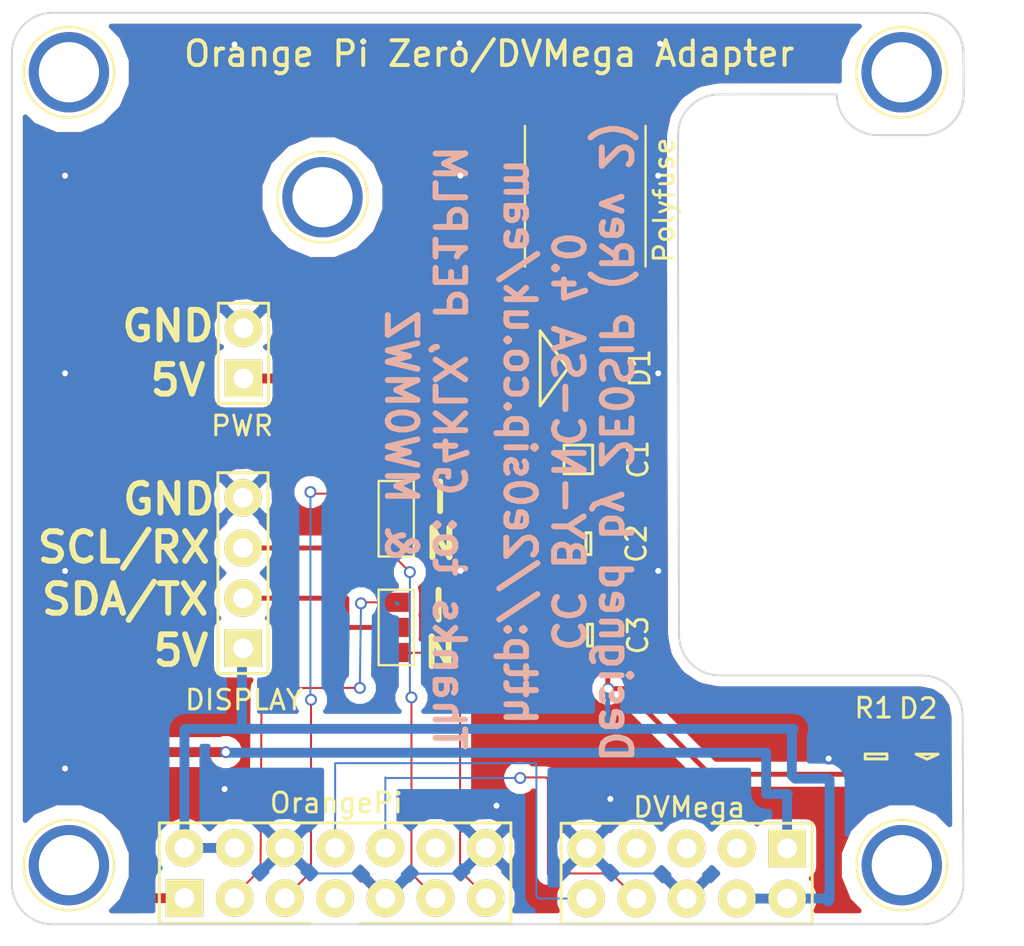
<source format=kicad_pcb>
(kicad_pcb (version 4) (host pcbnew 4.0.6)

  (general
    (links 48)
    (no_connects 0)
    (area 137.738695 74.966545 185.981305 121.193455)
    (thickness 1.6)
    (drawings 145)
    (tracks 137)
    (zones 0)
    (modules 42)
    (nets 19)
  )

  (page A4)
  (layers
    (0 F.Cu signal)
    (31 B.Cu signal)
    (32 B.Adhes user)
    (33 F.Adhes user)
    (34 B.Paste user)
    (35 F.Paste user)
    (36 B.SilkS user hide)
    (37 F.SilkS user)
    (38 B.Mask user)
    (39 F.Mask user)
    (40 Dwgs.User user)
    (41 Cmts.User user hide)
    (42 Eco1.User user)
    (43 Eco2.User user)
    (44 Edge.Cuts user)
    (45 Margin user)
    (46 B.CrtYd user)
    (47 F.CrtYd user)
    (48 B.Fab user)
    (49 F.Fab user)
  )

  (setup
    (last_trace_width 0.25)
    (user_trace_width 0.1)
    (user_trace_width 0.2)
    (user_trace_width 0.5)
    (trace_clearance 0.2)
    (zone_clearance 0.508)
    (zone_45_only yes)
    (trace_min 0.1)
    (segment_width 0.2)
    (edge_width 0.15)
    (via_size 0.6)
    (via_drill 0.4)
    (via_min_size 0.4)
    (via_min_drill 0.3)
    (uvia_size 0.3)
    (uvia_drill 0.1)
    (uvias_allowed no)
    (uvia_min_size 0.2)
    (uvia_min_drill 0.1)
    (pcb_text_width 0.3)
    (pcb_text_size 1.5 1.5)
    (mod_edge_width 0.15)
    (mod_text_size 1 1)
    (mod_text_width 0.15)
    (pad_size 1.15 1.45)
    (pad_drill 0)
    (pad_to_mask_clearance 0.2)
    (aux_axis_origin 137.62 75.3)
    (visible_elements FFFFFF7F)
    (pcbplotparams
      (layerselection 0x010f0_80000001)
      (usegerberextensions true)
      (excludeedgelayer true)
      (linewidth 0.100000)
      (plotframeref false)
      (viasonmask false)
      (mode 1)
      (useauxorigin false)
      (hpglpennumber 1)
      (hpglpenspeed 20)
      (hpglpendiameter 15)
      (hpglpenoverlay 2)
      (psnegative false)
      (psa4output false)
      (plotreference true)
      (plotvalue true)
      (plotinvisibletext false)
      (padsonsilk false)
      (subtractmaskfromsilk false)
      (outputformat 1)
      (mirror false)
      (drillshape 0)
      (scaleselection 1)
      (outputdirectory gerber2/))
  )

  (net 0 "")
  (net 1 5v)
  (net 2 /SDA/TX)
  (net 3 /SCL/RX)
  (net 4 GND)
  (net 5 3v3)
  (net 6 /SDA)
  (net 7 /SCL)
  (net 8 "Net-(J2-Pad7)")
  (net 9 /UART1_TX)
  (net 10 /UART1_RX)
  (net 11 /UART2_RX)
  (net 12 /UART2_TX)
  (net 13 "Net-(J2-Pad12)")
  (net 14 "Net-(J3-Pad3)")
  (net 15 "Net-(J3-Pad5)")
  (net 16 "Net-(J3-Pad7)")
  (net 17 "Net-(F1-Pad2)")
  (net 18 "Net-(D2-Pad2)")

  (net_class Default "This is the default net class."
    (clearance 0.2)
    (trace_width 0.25)
    (via_dia 0.6)
    (via_drill 0.4)
    (uvia_dia 0.3)
    (uvia_drill 0.1)
    (add_net /SCL)
    (add_net /SCL/RX)
    (add_net /SDA)
    (add_net /SDA/TX)
    (add_net /UART1_RX)
    (add_net /UART1_TX)
    (add_net /UART2_RX)
    (add_net /UART2_TX)
    (add_net 3v3)
    (add_net 5v)
    (add_net GND)
    (add_net "Net-(D2-Pad2)")
    (add_net "Net-(F1-Pad2)")
    (add_net "Net-(J2-Pad12)")
    (add_net "Net-(J2-Pad7)")
    (add_net "Net-(J3-Pad3)")
    (add_net "Net-(J3-Pad5)")
    (add_net "Net-(J3-Pad7)")
  )

  (net_class Bigger ""
    (clearance 0.2)
    (trace_width 0.4)
    (via_dia 0.6)
    (via_drill 0.4)
    (uvia_dia 0.3)
    (uvia_drill 0.1)
  )

  (net_class Biggest ""
    (clearance 0.2)
    (trace_width 0.5)
    (via_dia 0.6)
    (via_drill 0.4)
    (uvia_dia 0.3)
    (uvia_drill 0.1)
  )

  (module agg:SIL-254P-02 (layer F.Cu) (tedit 59D341CD) (tstamp 597E5F28)
    (at 149.5044 92.2528 90)
    (path /597E5C72)
    (fp_text reference J6 (at 0 -2.22 90) (layer F.Fab) hide
      (effects (font (size 1 1) (thickness 0.15)))
    )
    (fp_text value PWR (at -3.6672 -0.0644 180) (layer F.SilkS)
      (effects (font (size 1 1) (thickness 0.15)))
    )
    (fp_line (start -2.54 -1.27) (end 2.54 -1.27) (layer F.Fab) (width 0.01))
    (fp_line (start 2.54 -1.27) (end 2.54 1.27) (layer F.Fab) (width 0.01))
    (fp_line (start 2.54 1.27) (end -2.54 1.27) (layer F.Fab) (width 0.01))
    (fp_line (start -2.54 1.27) (end -2.54 -1.27) (layer F.Fab) (width 0.01))
    (fp_line (start -2.54 -1.27) (end 2.54 -1.27) (layer F.SilkS) (width 0.15))
    (fp_line (start 2.54 -1.27) (end 2.54 1.27) (layer F.SilkS) (width 0.15))
    (fp_line (start 2.54 1.27) (end -2.54 1.27) (layer F.SilkS) (width 0.15))
    (fp_line (start -2.54 1.27) (end -2.54 -1.27) (layer F.SilkS) (width 0.15))
    (fp_line (start -2.8 -1.55) (end 2.8 -1.55) (layer F.CrtYd) (width 0.01))
    (fp_line (start 2.8 -1.55) (end 2.8 1.55) (layer F.CrtYd) (width 0.01))
    (fp_line (start 2.8 1.55) (end -2.8 1.55) (layer F.CrtYd) (width 0.01))
    (fp_line (start -2.8 1.55) (end -2.8 -1.55) (layer F.CrtYd) (width 0.01))
    (pad 1 thru_hole rect (at -1.27 0 90) (size 1.9 1.9) (drill 1) (layers *.Cu *.Mask F.SilkS)
      (net 17 "Net-(F1-Pad2)"))
    (pad 2 thru_hole circle (at 1.27 0 90) (size 1.9 1.9) (drill 1) (layers *.Cu *.Mask F.SilkS)
      (net 4 GND))
    (model ${KISYS3DMOD}/Pin_Headers.3dshapes/Pin_Header_Straight_1x02.wrl
      (at (xyz 0 0 0))
      (scale (xyz 1 1 1))
      (rotate (xyz 0 0 0))
    )
  )

  (module agg:VIA-0.6mm (layer F.Cu) (tedit 59D153D6) (tstamp 59D15406)
    (at 179.1 112.76)
    (fp_text reference REF** (at 0 1.27) (layer F.SilkS) hide
      (effects (font (size 1 1) (thickness 0.15)))
    )
    (fp_text value VIA-0.6mm (at 0 -1.27) (layer F.Fab) hide
      (effects (font (size 1 1) (thickness 0.15)))
    )
    (pad 1 thru_hole circle (at 0 0) (size 0.6 0.6) (drill 0.3) (layers *.Cu)
      (net 4 GND) (zone_connect 2))
  )

  (module agg:VIA-0.6mm (layer F.Cu) (tedit 59D15348) (tstamp 59D15402)
    (at 170.48 113.26)
    (fp_text reference REF** (at 0 1.27) (layer F.SilkS) hide
      (effects (font (size 1 1) (thickness 0.15)))
    )
    (fp_text value VIA-0.6mm (at 0 -1.27) (layer F.Fab) hide
      (effects (font (size 1 1) (thickness 0.15)))
    )
  )

  (module agg:VIA-0.6mm (layer F.Cu) (tedit 59D15342) (tstamp 59D153FE)
    (at 160.48 113.26)
    (fp_text reference REF** (at 0 1.27) (layer F.SilkS) hide
      (effects (font (size 1 1) (thickness 0.15)))
    )
    (fp_text value VIA-0.6mm (at 0 -1.27) (layer F.Fab) hide
      (effects (font (size 1 1) (thickness 0.15)))
    )
  )

  (module agg:VIA-0.6mm (layer F.Cu) (tedit 59D1533B) (tstamp 59D153FA)
    (at 150.48 113.26)
    (fp_text reference REF** (at 0 1.27) (layer F.SilkS) hide
      (effects (font (size 1 1) (thickness 0.15)))
    )
    (fp_text value VIA-0.6mm (at 0 -1.27) (layer F.Fab) hide
      (effects (font (size 1 1) (thickness 0.15)))
    )
  )

  (module agg:VIA-0.6mm (layer F.Cu) (tedit 59D153D1) (tstamp 59D153F6)
    (at 140.48 113.26)
    (fp_text reference REF** (at 0 1.27) (layer F.SilkS) hide
      (effects (font (size 1 1) (thickness 0.15)))
    )
    (fp_text value VIA-0.6mm (at 0 -1.27) (layer F.Fab) hide
      (effects (font (size 1 1) (thickness 0.15)))
    )
    (pad 1 thru_hole circle (at 0 0) (size 0.6 0.6) (drill 0.3) (layers *.Cu)
      (net 4 GND) (zone_connect 2))
  )

  (module agg:VIA-0.6mm (layer F.Cu) (tedit 59D153F9) (tstamp 59D153DA)
    (at 170.48 103.26)
    (fp_text reference REF** (at 0 1.27) (layer F.SilkS) hide
      (effects (font (size 1 1) (thickness 0.15)))
    )
    (fp_text value VIA-0.6mm (at 0 -1.27) (layer F.Fab) hide
      (effects (font (size 1 1) (thickness 0.15)))
    )
    (pad 1 thru_hole circle (at 0 0) (size 0.6 0.6) (drill 0.3) (layers *.Cu)
      (net 4 GND) (zone_connect 2))
  )

  (module agg:VIA-0.6mm (layer F.Cu) (tedit 59D153F3) (tstamp 59D153D6)
    (at 160.48 103.26)
    (fp_text reference REF** (at 0 1.27) (layer F.SilkS) hide
      (effects (font (size 1 1) (thickness 0.15)))
    )
    (fp_text value VIA-0.6mm (at 0 -1.27) (layer F.Fab) hide
      (effects (font (size 1 1) (thickness 0.15)))
    )
    (pad 1 thru_hole circle (at 0 0) (size 0.6 0.6) (drill 0.3) (layers *.Cu)
      (net 4 GND) (zone_connect 2))
  )

  (module agg:VIA-0.6mm (layer F.Cu) (tedit 59D15354) (tstamp 59D153D2)
    (at 150.48 103.26)
    (fp_text reference REF** (at 0 1.27) (layer F.SilkS) hide
      (effects (font (size 1 1) (thickness 0.15)))
    )
    (fp_text value VIA-0.6mm (at 0 -1.27) (layer F.Fab) hide
      (effects (font (size 1 1) (thickness 0.15)))
    )
  )

  (module agg:VIA-0.6mm (layer F.Cu) (tedit 59D15401) (tstamp 59D153CE)
    (at 140.48 103.26)
    (fp_text reference REF** (at 0 1.27) (layer F.SilkS) hide
      (effects (font (size 1 1) (thickness 0.15)))
    )
    (fp_text value VIA-0.6mm (at 0 -1.27) (layer F.Fab) hide
      (effects (font (size 1 1) (thickness 0.15)))
    )
    (pad 1 thru_hole circle (at 0 0) (size 0.6 0.6) (drill 0.3) (layers *.Cu)
      (net 4 GND) (zone_connect 2))
  )

  (module agg:VIA-0.6mm (layer F.Cu) (tedit 59D153C7) (tstamp 59D153B2)
    (at 170.48 93.26)
    (fp_text reference REF** (at 0 1.27) (layer F.SilkS) hide
      (effects (font (size 1 1) (thickness 0.15)))
    )
    (fp_text value VIA-0.6mm (at 0 -1.27) (layer F.Fab) hide
      (effects (font (size 1 1) (thickness 0.15)))
    )
    (pad 1 thru_hole circle (at 0 0) (size 0.6 0.6) (drill 0.3) (layers *.Cu)
      (net 4 GND) (zone_connect 2))
  )

  (module agg:VIA-0.6mm (layer F.Cu) (tedit 59D1538F) (tstamp 59D153AE)
    (at 160.48 93.26)
    (fp_text reference REF** (at 0 1.27) (layer F.SilkS) hide
      (effects (font (size 1 1) (thickness 0.15)))
    )
    (fp_text value VIA-0.6mm (at 0 -1.27) (layer F.Fab) hide
      (effects (font (size 1 1) (thickness 0.15)))
    )
  )

  (module agg:VIA-0.6mm (layer F.Cu) (tedit 59D15368) (tstamp 59D153AA)
    (at 150.48 93.26)
    (fp_text reference REF** (at 0 1.27) (layer F.SilkS) hide
      (effects (font (size 1 1) (thickness 0.15)))
    )
    (fp_text value VIA-0.6mm (at 0 -1.27) (layer F.Fab) hide
      (effects (font (size 1 1) (thickness 0.15)))
    )
  )

  (module agg:VIA-0.6mm (layer F.Cu) (tedit 59D153BC) (tstamp 59D153A6)
    (at 140.48 93.26)
    (fp_text reference REF** (at 0 1.27) (layer F.SilkS) hide
      (effects (font (size 1 1) (thickness 0.15)))
    )
    (fp_text value VIA-0.6mm (at 0 -1.27) (layer F.Fab) hide
      (effects (font (size 1 1) (thickness 0.15)))
    )
    (pad 1 thru_hole circle (at 0 0) (size 0.6 0.6) (drill 0.3) (layers *.Cu)
      (net 4 GND) (zone_connect 2))
  )

  (module agg:VIA-0.6mm (layer F.Cu) (tedit 59D153B4) (tstamp 59D1538A)
    (at 170.48 83.26)
    (fp_text reference REF** (at 0 1.27) (layer F.SilkS) hide
      (effects (font (size 1 1) (thickness 0.15)))
    )
    (fp_text value VIA-0.6mm (at 0 -1.27) (layer F.Fab) hide
      (effects (font (size 1 1) (thickness 0.15)))
    )
    (pad 1 thru_hole circle (at 0 0) (size 0.6 0.6) (drill 0.3) (layers *.Cu)
      (net 4 GND) (zone_connect 2))
  )

  (module agg:VIA-0.6mm (layer F.Cu) (tedit 59D153AE) (tstamp 59D15386)
    (at 160.48 83.26)
    (fp_text reference REF** (at 0 1.27) (layer F.SilkS) hide
      (effects (font (size 1 1) (thickness 0.15)))
    )
    (fp_text value VIA-0.6mm (at 0 -1.27) (layer F.Fab) hide
      (effects (font (size 1 1) (thickness 0.15)))
    )
    (pad 1 thru_hole circle (at 0 0) (size 0.6 0.6) (drill 0.3) (layers *.Cu)
      (net 4 GND) (zone_connect 2))
  )

  (module agg:VIA-0.6mm (layer F.Cu) (tedit 59D15371) (tstamp 59D15382)
    (at 150.48 83.26)
    (fp_text reference REF** (at 0 1.27) (layer F.SilkS) hide
      (effects (font (size 1 1) (thickness 0.15)))
    )
    (fp_text value VIA-0.6mm (at 0 -1.27) (layer F.Fab) hide
      (effects (font (size 1 1) (thickness 0.15)))
    )
  )

  (module agg:VIA-0.6mm (layer F.Cu) (tedit 59D151B2) (tstamp 597E895E)
    (at 162.3 115.14)
    (fp_text reference REF** (at 0 1.27) (layer F.SilkS) hide
      (effects (font (size 1 1) (thickness 0.15)))
    )
    (fp_text value VIA-0.6mm (at 0 -1.27) (layer F.Fab) hide
      (effects (font (size 1 1) (thickness 0.15)))
    )
    (pad 1 thru_hole circle (at 0 0) (size 0.6 0.6) (drill 0.3) (layers *.Cu)
      (net 4 GND) (zone_connect 2))
  )

  (module agg:SIL-254P-04 (layer F.Cu) (tedit 59D341C6) (tstamp 597789F8)
    (at 149.48 103.37 90)
    (path /597736FF)
    (fp_text reference J1 (at 0 -2.22 90) (layer F.Fab) hide
      (effects (font (size 1 1) (thickness 0.15)))
    )
    (fp_text value DISPLAY (at -6.42 0.05 180) (layer F.SilkS)
      (effects (font (size 1 1) (thickness 0.15)))
    )
    (fp_line (start -5.08 -1.27) (end 5.08 -1.27) (layer F.Fab) (width 0.01))
    (fp_line (start 5.08 -1.27) (end 5.08 1.27) (layer F.Fab) (width 0.01))
    (fp_line (start 5.08 1.27) (end -5.08 1.27) (layer F.Fab) (width 0.01))
    (fp_line (start -5.08 1.27) (end -5.08 -1.27) (layer F.Fab) (width 0.01))
    (fp_line (start -5.08 -1.27) (end 5.08 -1.27) (layer F.SilkS) (width 0.15))
    (fp_line (start 5.08 -1.27) (end 5.08 1.27) (layer F.SilkS) (width 0.15))
    (fp_line (start 5.08 1.27) (end -5.08 1.27) (layer F.SilkS) (width 0.15))
    (fp_line (start -5.08 1.27) (end -5.08 -1.27) (layer F.SilkS) (width 0.15))
    (fp_line (start -5.35 -1.55) (end 5.35 -1.55) (layer F.CrtYd) (width 0.01))
    (fp_line (start 5.35 -1.55) (end 5.35 1.55) (layer F.CrtYd) (width 0.01))
    (fp_line (start 5.35 1.55) (end -5.35 1.55) (layer F.CrtYd) (width 0.01))
    (fp_line (start -5.35 1.55) (end -5.35 -1.55) (layer F.CrtYd) (width 0.01))
    (pad 1 thru_hole rect (at -3.81 0 90) (size 1.9 1.9) (drill 1) (layers *.Cu *.Mask F.SilkS)
      (net 1 5v))
    (pad 2 thru_hole circle (at -1.27 0 90) (size 1.9 1.9) (drill 1) (layers *.Cu *.Mask F.SilkS)
      (net 2 /SDA/TX))
    (pad 3 thru_hole circle (at 1.27 0 90) (size 1.9 1.9) (drill 1) (layers *.Cu *.Mask F.SilkS)
      (net 3 /SCL/RX))
    (pad 4 thru_hole circle (at 3.81 0 90) (size 1.9 1.9) (drill 1) (layers *.Cu *.Mask F.SilkS)
      (net 4 GND))
    (model ${KISYS3DMOD}/Pin_Headers.3dshapes/Pin_Header_Straight_1x04.wrl
      (at (xyz 0 0 0))
      (scale (xyz 1 1 1))
      (rotate (xyz 0 0 0))
    )
  )

  (module agg:DIL-254P-14 (layer F.Cu) (tedit 5977B605) (tstamp 59778A0A)
    (at 154.14 118.55)
    (path /59773622)
    (fp_text reference J2 (at 0 -3.49) (layer F.Fab) hide
      (effects (font (size 1 1) (thickness 0.15)))
    )
    (fp_text value OrangePi (at 0.06 -3.55) (layer F.SilkS)
      (effects (font (size 1 1) (thickness 0.15)))
    )
    (fp_line (start -8.89 -2.54) (end 8.89 -2.54) (layer F.Fab) (width 0.01))
    (fp_line (start 8.89 -2.54) (end 8.89 2.54) (layer F.Fab) (width 0.01))
    (fp_line (start 8.89 2.54) (end -8.89 2.54) (layer F.Fab) (width 0.01))
    (fp_line (start -8.89 2.54) (end -8.89 -2.54) (layer F.Fab) (width 0.01))
    (fp_line (start -8.89 -2.54) (end 8.89 -2.54) (layer F.SilkS) (width 0.15))
    (fp_line (start 8.89 -2.54) (end 8.89 2.54) (layer F.SilkS) (width 0.15))
    (fp_line (start 8.89 2.54) (end 1.27 2.54) (layer F.SilkS) (width 0.15))
    (fp_line (start -1.27 2.54) (end -8.89 2.54) (layer F.SilkS) (width 0.15))
    (fp_line (start -8.89 2.54) (end -8.89 -2.54) (layer F.SilkS) (width 0.15))
    (fp_line (start -9.15 -2.8) (end 9.15 -2.8) (layer F.CrtYd) (width 0.01))
    (fp_line (start 9.15 -2.8) (end 9.15 2.8) (layer F.CrtYd) (width 0.01))
    (fp_line (start 9.15 2.8) (end -9.15 2.8) (layer F.CrtYd) (width 0.01))
    (fp_line (start -9.15 2.8) (end -9.15 -2.8) (layer F.CrtYd) (width 0.01))
    (pad 1 thru_hole rect (at -7.62 1.27) (size 1.9 1.9) (drill 1) (layers *.Cu *.Mask F.SilkS)
      (net 5 3v3))
    (pad 2 thru_hole circle (at -7.62 -1.27) (size 1.9 1.9) (drill 1) (layers *.Cu *.Mask F.SilkS)
      (net 1 5v))
    (pad 3 thru_hole circle (at -5.08 1.27) (size 1.9 1.9) (drill 1) (layers *.Cu *.Mask F.SilkS)
      (net 6 /SDA))
    (pad 4 thru_hole circle (at -5.08 -1.27) (size 1.9 1.9) (drill 1) (layers *.Cu *.Mask F.SilkS)
      (net 1 5v))
    (pad 5 thru_hole circle (at -2.54 1.27) (size 1.9 1.9) (drill 1) (layers *.Cu *.Mask F.SilkS)
      (net 7 /SCL))
    (pad 6 thru_hole circle (at -2.54 -1.27) (size 1.9 1.9) (drill 1) (layers *.Cu *.Mask F.SilkS)
      (net 4 GND))
    (pad 7 thru_hole circle (at 0 1.27) (size 1.9 1.9) (drill 1) (layers *.Cu *.Mask F.SilkS)
      (net 8 "Net-(J2-Pad7)"))
    (pad 8 thru_hole circle (at 0 -1.27) (size 1.9 1.9) (drill 1) (layers *.Cu *.Mask F.SilkS)
      (net 9 /UART1_TX))
    (pad 9 thru_hole circle (at 2.54 1.27) (size 1.9 1.9) (drill 1) (layers *.Cu *.Mask F.SilkS)
      (net 4 GND))
    (pad 10 thru_hole circle (at 2.54 -1.27) (size 1.9 1.9) (drill 1) (layers *.Cu *.Mask F.SilkS)
      (net 10 /UART1_RX))
    (pad 11 thru_hole circle (at 5.08 1.27) (size 1.9 1.9) (drill 1) (layers *.Cu *.Mask F.SilkS)
      (net 11 /UART2_RX))
    (pad 12 thru_hole circle (at 5.08 -1.27) (size 1.9 1.9) (drill 1) (layers *.Cu *.Mask F.SilkS)
      (net 13 "Net-(J2-Pad12)"))
    (pad 13 thru_hole circle (at 7.62 1.27) (size 1.9 1.9) (drill 1) (layers *.Cu *.Mask F.SilkS)
      (net 12 /UART2_TX))
    (pad 14 thru_hole circle (at 7.62 -1.27) (size 1.9 1.9) (drill 1) (layers *.Cu *.Mask F.SilkS)
      (net 4 GND))
    (model ${KISYS3DMOD}/Pin_Headers.3dshapes/Pin_Header_Straight_2x07.wrl
      (at (xyz 0 0 0))
      (scale (xyz 1 1 1))
      (rotate (xyz 0 0 0))
    )
  )

  (module agg:DIL-254P-10 (layer F.Cu) (tedit 59D13E4C) (tstamp 59778A18)
    (at 171.92 118.57 180)
    (path /59773675)
    (fp_text reference J3 (at 0 -3.49 180) (layer F.Fab) hide
      (effects (font (size 1 1) (thickness 0.15)))
    )
    (fp_text value DVMega (at -0.13 3.35 180) (layer F.SilkS)
      (effects (font (size 1 1) (thickness 0.15)))
    )
    (fp_line (start -6.35 -2.54) (end 6.35 -2.54) (layer F.Fab) (width 0.01))
    (fp_line (start 6.35 -2.54) (end 6.35 2.54) (layer F.Fab) (width 0.01))
    (fp_line (start 6.35 2.54) (end -6.35 2.54) (layer F.Fab) (width 0.01))
    (fp_line (start -6.35 2.54) (end -6.35 -2.54) (layer F.Fab) (width 0.01))
    (fp_line (start -6.35 -2.54) (end 6.35 -2.54) (layer F.SilkS) (width 0.15))
    (fp_line (start 6.35 -2.54) (end 6.35 2.54) (layer F.SilkS) (width 0.15))
    (fp_line (start 6.35 2.54) (end 1.27 2.54) (layer F.SilkS) (width 0.15))
    (fp_line (start -1.27 2.54) (end -6.35 2.54) (layer F.SilkS) (width 0.15))
    (fp_line (start -6.35 2.54) (end -6.35 -2.54) (layer F.SilkS) (width 0.15))
    (fp_line (start -6.6 -2.8) (end 6.6 -2.8) (layer F.CrtYd) (width 0.01))
    (fp_line (start 6.6 -2.8) (end 6.6 2.8) (layer F.CrtYd) (width 0.01))
    (fp_line (start 6.6 2.8) (end -6.6 2.8) (layer F.CrtYd) (width 0.01))
    (fp_line (start -6.6 2.8) (end -6.6 -2.8) (layer F.CrtYd) (width 0.01))
    (pad 1 thru_hole rect (at -5.08 1.27 180) (size 1.9 1.9) (drill 1) (layers *.Cu *.Mask F.SilkS)
      (net 5 3v3))
    (pad 2 thru_hole circle (at -5.08 -1.27 180) (size 1.9 1.9) (drill 1) (layers *.Cu *.Mask F.SilkS)
      (net 1 5v))
    (pad 3 thru_hole circle (at -2.54 1.27 180) (size 1.9 1.9) (drill 1) (layers *.Cu *.Mask F.SilkS)
      (net 14 "Net-(J3-Pad3)"))
    (pad 4 thru_hole circle (at -2.54 -1.27 180) (size 1.9 1.9) (drill 1) (layers *.Cu *.Mask F.SilkS)
      (net 1 5v))
    (pad 5 thru_hole circle (at 0 1.27 180) (size 1.9 1.9) (drill 1) (layers *.Cu *.Mask F.SilkS)
      (net 15 "Net-(J3-Pad5)"))
    (pad 6 thru_hole circle (at 0 -1.27 180) (size 1.9 1.9) (drill 1) (layers *.Cu *.Mask F.SilkS)
      (net 4 GND))
    (pad 7 thru_hole circle (at 2.54 1.27 180) (size 1.9 1.9) (drill 1) (layers *.Cu *.Mask F.SilkS)
      (net 16 "Net-(J3-Pad7)"))
    (pad 8 thru_hole circle (at 2.54 -1.27 180) (size 1.9 1.9) (drill 1) (layers *.Cu *.Mask F.SilkS)
      (net 10 /UART1_RX))
    (pad 9 thru_hole circle (at 5.08 1.27 180) (size 1.9 1.9) (drill 1) (layers *.Cu *.Mask F.SilkS)
      (net 4 GND))
    (pad 10 thru_hole circle (at 5.08 -1.27 180) (size 1.9 1.9) (drill 1) (layers *.Cu *.Mask F.SilkS)
      (net 9 /UART1_TX))
    (model ${KISYS3DMOD}/Pin_Headers.3dshapes/Pin_Header_Straight_2x05.wrl
      (at (xyz 0 0 0))
      (scale (xyz 1 1 1))
      (rotate (xyz 0 0 0))
    )
  )

  (module Connectors:GS3 (layer F.Cu) (tedit 5977B5E7) (tstamp 59778A1F)
    (at 157.23 106.12)
    (descr "3-pin solder bridge")
    (tags "solder bridge")
    (path /5977818B)
    (attr smd)
    (fp_text reference J4 (at -1.7 0 90) (layer F.SilkS) hide
      (effects (font (size 1 1) (thickness 0.15)))
    )
    (fp_text value GS3 (at 1.8 0 90) (layer F.Fab) hide
      (effects (font (size 1 1) (thickness 0.15)))
    )
    (fp_line (start -1.15 -2.15) (end 1.15 -2.15) (layer F.CrtYd) (width 0.05))
    (fp_line (start 1.15 -2.15) (end 1.15 2.15) (layer F.CrtYd) (width 0.05))
    (fp_line (start 1.15 2.15) (end -1.15 2.15) (layer F.CrtYd) (width 0.05))
    (fp_line (start -1.15 2.15) (end -1.15 -2.15) (layer F.CrtYd) (width 0.05))
    (fp_line (start -0.89 -1.91) (end -0.89 1.91) (layer F.SilkS) (width 0.12))
    (fp_line (start -0.89 1.91) (end 0.89 1.91) (layer F.SilkS) (width 0.12))
    (fp_line (start 0.89 1.91) (end 0.89 -1.91) (layer F.SilkS) (width 0.12))
    (fp_line (start -0.89 -1.91) (end 0.89 -1.91) (layer F.SilkS) (width 0.12))
    (pad 1 smd rect (at 0 -1.27) (size 1.27 0.97) (layers F.Cu F.Paste F.Mask)
      (net 6 /SDA))
    (pad 2 smd rect (at 0 0) (size 1.27 0.97) (layers F.Cu F.Paste F.Mask)
      (net 2 /SDA/TX))
    (pad 3 smd rect (at 0 1.27) (size 1.27 0.97) (layers F.Cu F.Paste F.Mask)
      (net 12 /UART2_TX))
  )

  (module Connectors:GS3 (layer F.Cu) (tedit 5977B5E2) (tstamp 59778A26)
    (at 157.23 100.62)
    (descr "3-pin solder bridge")
    (tags "solder bridge")
    (path /59778365)
    (attr smd)
    (fp_text reference J5 (at -1.7 0 90) (layer F.SilkS) hide
      (effects (font (size 1 1) (thickness 0.15)))
    )
    (fp_text value GS3 (at 1.8 0 90) (layer F.Fab) hide
      (effects (font (size 1 1) (thickness 0.15)))
    )
    (fp_line (start -1.15 -2.15) (end 1.15 -2.15) (layer F.CrtYd) (width 0.05))
    (fp_line (start 1.15 -2.15) (end 1.15 2.15) (layer F.CrtYd) (width 0.05))
    (fp_line (start 1.15 2.15) (end -1.15 2.15) (layer F.CrtYd) (width 0.05))
    (fp_line (start -1.15 2.15) (end -1.15 -2.15) (layer F.CrtYd) (width 0.05))
    (fp_line (start -0.89 -1.91) (end -0.89 1.91) (layer F.SilkS) (width 0.12))
    (fp_line (start -0.89 1.91) (end 0.89 1.91) (layer F.SilkS) (width 0.12))
    (fp_line (start 0.89 1.91) (end 0.89 -1.91) (layer F.SilkS) (width 0.12))
    (fp_line (start -0.89 -1.91) (end 0.89 -1.91) (layer F.SilkS) (width 0.12))
    (pad 1 smd rect (at 0 -1.27) (size 1.27 0.97) (layers F.Cu F.Paste F.Mask)
      (net 7 /SCL))
    (pad 2 smd rect (at 0 0) (size 1.27 0.97) (layers F.Cu F.Paste F.Mask)
      (net 3 /SCL/RX))
    (pad 3 smd rect (at 0 1.27) (size 1.27 0.97) (layers F.Cu F.Paste F.Mask)
      (net 11 /UART2_RX))
  )

  (module Connectors:1pin (layer F.Cu) (tedit 5977CFCB) (tstamp 5977ABF1)
    (at 182.7911 78.0288)
    (descr "module 1 pin (ou trou mecanique de percage)")
    (tags DEV)
    (fp_text reference REF** (at 0 -3.048) (layer F.SilkS) hide
      (effects (font (size 1 1) (thickness 0.15)))
    )
    (fp_text value 1pin (at 0 3) (layer F.Fab) hide
      (effects (font (size 1 1) (thickness 0.15)))
    )
    (fp_circle (center 0 0) (end 2 0.8) (layer F.Fab) (width 0.1))
    (fp_circle (center 0 0) (end 2.6 0) (layer F.CrtYd) (width 0.05))
    (fp_circle (center 0 0) (end 0 -2.286) (layer F.SilkS) (width 0.12))
    (pad "" np_thru_hole circle (at 0 0) (size 4.064 4.064) (drill 3.048) (layers *.Cu *.Mask)
      (solder_mask_margin 1) (clearance 1))
  )

  (module Connectors:1pin (layer F.Cu) (tedit 5977CFC3) (tstamp 5977AC33)
    (at 140.675 78.025)
    (descr "module 1 pin (ou trou mecanique de percage)")
    (tags DEV)
    (fp_text reference REF** (at 0 -3.048) (layer F.SilkS) hide
      (effects (font (size 1 1) (thickness 0.15)))
    )
    (fp_text value 1pin (at 0 3) (layer F.Fab) hide
      (effects (font (size 1 1) (thickness 0.15)))
    )
    (fp_circle (center 0 0) (end 2 0.8) (layer F.Fab) (width 0.1))
    (fp_circle (center 0 0) (end 2.6 0) (layer F.CrtYd) (width 0.05))
    (fp_circle (center 0 0) (end 0 -2.286) (layer F.SilkS) (width 0.12))
    (pad "" np_thru_hole circle (at 0 0) (size 4.064 4.064) (drill 3.048) (layers *.Cu *.Mask)
      (solder_mask_margin 1) (clearance 1) (zone_connect 0) (thermal_gap 2))
  )

  (module Connectors:1pin (layer F.Cu) (tedit 5977CFBA) (tstamp 5977AC3B)
    (at 140.675 118.15)
    (descr "module 1 pin (ou trou mecanique de percage)")
    (tags DEV)
    (fp_text reference REF** (at 0 -3.048) (layer F.SilkS) hide
      (effects (font (size 1 1) (thickness 0.15)))
    )
    (fp_text value 1pin (at 0 3) (layer F.Fab) hide
      (effects (font (size 1 1) (thickness 0.15)))
    )
    (fp_circle (center 0 0) (end 2 0.8) (layer F.Fab) (width 0.1))
    (fp_circle (center 0 0) (end 2.6 0) (layer F.CrtYd) (width 0.05))
    (fp_circle (center 0 0) (end 0 -2.286) (layer F.SilkS) (width 0.12))
    (pad "" np_thru_hole circle (at 0 0) (size 4.064 4.064) (drill 3.048) (layers *.Cu *.Mask)
      (solder_mask_margin 1) (clearance 1))
  )

  (module Connectors:1pin (layer F.Cu) (tedit 5977CFD4) (tstamp 5977AC41)
    (at 182.8 118.15)
    (descr "module 1 pin (ou trou mecanique de percage)")
    (tags DEV)
    (fp_text reference REF** (at 0 -3.048) (layer F.SilkS) hide
      (effects (font (size 1 1) (thickness 0.15)))
    )
    (fp_text value 1pin (at 0 3) (layer F.Fab) hide
      (effects (font (size 1 1) (thickness 0.15)))
    )
    (fp_circle (center 0 0) (end 2 0.8) (layer F.Fab) (width 0.1))
    (fp_circle (center 0 0) (end 2.6 0) (layer F.CrtYd) (width 0.05))
    (fp_circle (center 0 0) (end 0 -2.286) (layer F.SilkS) (width 0.12))
    (pad "" np_thru_hole circle (at 0 0) (size 4.064 4.064) (drill 3.048) (layers *.Cu *.Mask)
      (solder_mask_margin 1) (clearance 1))
  )

  (module Connectors:1pin (layer F.Cu) (tedit 597A28BE) (tstamp 59784398)
    (at 153.5 84.35)
    (descr "module 1 pin (ou trou mecanique de percage)")
    (tags DEV)
    (fp_text reference REF** (at 0 -3.048) (layer F.SilkS) hide
      (effects (font (size 1 1) (thickness 0.15)))
    )
    (fp_text value 1pin (at 0 3) (layer F.Fab) hide
      (effects (font (size 1 1) (thickness 0.15)))
    )
    (fp_circle (center 0 0) (end 2 0.8) (layer F.Fab) (width 0.1))
    (fp_circle (center 0 0) (end 2.6 0) (layer F.CrtYd) (width 0.05))
    (fp_circle (center 0 0) (end 0 -2.286) (layer F.SilkS) (width 0.12))
    (pad "" np_thru_hole circle (at 0 0) (size 4.064 4.064) (drill 3.048) (layers *.Cu *.Mask)
      (solder_mask_margin 1) (clearance 1))
  )

  (module agg:VIA-0.6mm (layer F.Cu) (tedit 597E5296) (tstamp 597E894E)
    (at 148.55 114.3)
    (fp_text reference REF** (at 0 1.27) (layer F.SilkS) hide
      (effects (font (size 1 1) (thickness 0.15)))
    )
    (fp_text value VIA-0.6mm (at 0 -1.27) (layer F.Fab) hide
      (effects (font (size 1 1) (thickness 0.15)))
    )
    (pad 1 thru_hole circle (at 0 0) (size 0.6 0.6) (drill 0.3) (layers *.Cu)
      (net 4 GND) (zone_connect 2))
  )

  (module Fuse_Holders_and_Fuses:Fuse_SMD2920 (layer F.Cu) (tedit 59D34207) (tstamp 59D14CB4)
    (at 166.79 84.3 90)
    (descr "Fuse, 2920 chip size")
    (tags "Fuse SMD2920")
    (path /59D14BF0)
    (attr smd)
    (fp_text reference F1 (at 0 -4.13 90) (layer F.SilkS) hide
      (effects (font (size 1 1) (thickness 0.15)))
    )
    (fp_text value Polyfuse (at -0.2 3.98 90) (layer F.SilkS)
      (effects (font (size 1 1) (thickness 0.15)))
    )
    (fp_line (start -3.7 -2.55) (end 3.7 -2.55) (layer F.Fab) (width 0.1))
    (fp_line (start 3.7 -2.55) (end 3.7 2.55) (layer F.Fab) (width 0.1))
    (fp_line (start 3.7 2.55) (end -3.7 2.55) (layer F.Fab) (width 0.1))
    (fp_line (start -3.7 2.55) (end -3.7 -2.55) (layer F.Fab) (width 0.1))
    (fp_line (start 5.1 -3.3) (end 5.1 3.3) (layer F.CrtYd) (width 0.05))
    (fp_line (start -5.1 -3.3) (end -5.1 3.3) (layer F.CrtYd) (width 0.05))
    (fp_line (start -5.1 3.3) (end 5.1 3.3) (layer F.CrtYd) (width 0.05))
    (fp_line (start -5.1 -3.3) (end 5.1 -3.3) (layer F.CrtYd) (width 0.05))
    (fp_line (start -3.56 -3.05) (end 3.56 -3.05) (layer F.SilkS) (width 0.12))
    (fp_line (start -3.56 3.05) (end 3.56 3.05) (layer F.SilkS) (width 0.12))
    (pad 1 smd rect (at -3.7 0 180) (size 5.6 2.3) (layers F.Cu F.Paste F.Mask)
      (net 1 5v))
    (pad 2 smd rect (at 3.7 0 180) (size 5.6 2.3) (layers F.Cu F.Paste F.Mask)
      (net 17 "Net-(F1-Pad2)"))
  )

  (module agg:VIA-0.6mm (layer F.Cu) (tedit 59D153DE) (tstamp 59D1512B)
    (at 168.06 114.8)
    (fp_text reference REF** (at 0 1.27) (layer F.SilkS) hide
      (effects (font (size 1 1) (thickness 0.15)))
    )
    (fp_text value VIA-0.6mm (at 0 -1.27) (layer F.Fab) hide
      (effects (font (size 1 1) (thickness 0.15)))
    )
    (pad 1 thru_hole circle (at 0 0) (size 0.6 0.6) (drill 0.3) (layers *.Cu)
      (net 4 GND) (zone_connect 2))
  )

  (module agg:VIA-0.6mm (layer F.Cu) (tedit 59D1532F) (tstamp 59D15148)
    (at 182.69 113.8)
    (fp_text reference REF** (at 0 1.27) (layer F.SilkS) hide
      (effects (font (size 1 1) (thickness 0.15)))
    )
    (fp_text value VIA-0.6mm (at 0 -1.27) (layer F.Fab) hide
      (effects (font (size 1 1) (thickness 0.15)))
    )
  )

  (module agg:VIA-0.6mm (layer F.Cu) (tedit 59D153A5) (tstamp 59D152BB)
    (at 140.48 83.26)
    (fp_text reference REF** (at 0 1.27) (layer F.SilkS) hide
      (effects (font (size 1 1) (thickness 0.15)))
    )
    (fp_text value VIA-0.6mm (at 0 -1.27) (layer F.Fab) hide
      (effects (font (size 1 1) (thickness 0.15)))
    )
    (pad 1 thru_hole circle (at 0 0) (size 0.6 0.6) (drill 0.3) (layers *.Cu)
      (net 4 GND) (zone_connect 2))
  )

  (module agg:1206 (layer F.Cu) (tedit 59D3FB8C) (tstamp 59D33F5A)
    (at 166.44 97.62 180)
    (path /59D33ABA)
    (fp_text reference C1 (at -3.025 0 270) (layer F.SilkS)
      (effects (font (size 1 1) (thickness 0.15)))
    )
    (fp_text value 220uF (at 3.025 0 270) (layer F.Fab)
      (effects (font (size 1 1) (thickness 0.15)))
    )
    (fp_line (start -1.6 -0.8) (end 1.6 -0.8) (layer F.Fab) (width 0.01))
    (fp_line (start 1.6 -0.8) (end 1.6 0.8) (layer F.Fab) (width 0.01))
    (fp_line (start 1.6 0.8) (end -1.6 0.8) (layer F.Fab) (width 0.01))
    (fp_line (start -1.6 0.8) (end -1.6 -0.8) (layer F.Fab) (width 0.01))
    (fp_line (start -1 -0.8) (end -1 0.8) (layer F.Fab) (width 0.01))
    (fp_line (start 1 -0.8) (end 1 0.8) (layer F.Fab) (width 0.01))
    (fp_line (start -0.725 -0.725) (end 0.725 -0.725) (layer F.SilkS) (width 0.15))
    (fp_line (start 0.725 -0.725) (end 0.725 0.725) (layer F.SilkS) (width 0.15))
    (fp_line (start 0.725 0.725) (end -0.725 0.725) (layer F.SilkS) (width 0.15))
    (fp_line (start -0.725 0.725) (end -0.725 -0.725) (layer F.SilkS) (width 0.15))
    (fp_line (start -2.35 -1.15) (end 2.35 -1.15) (layer F.CrtYd) (width 0.01))
    (fp_line (start 2.35 -1.15) (end 2.35 1.15) (layer F.CrtYd) (width 0.01))
    (fp_line (start 2.35 1.15) (end -2.35 1.15) (layer F.CrtYd) (width 0.01))
    (fp_line (start -2.35 1.15) (end -2.35 -1.15) (layer F.CrtYd) (width 0.01))
    (pad 1 smd rect (at -1.5 0 180) (size 1.15 1.8) (layers F.Cu F.Paste F.Mask)
      (net 1 5v))
    (pad 2 smd rect (at 1.5 0 180) (size 1.15 1.8) (layers F.Cu F.Paste F.Mask)
      (net 4 GND) (zone_connect 1))
    (model ${KISYS3DMOD}/Resistors_SMD.3dshapes/R_1206.wrl
      (at (xyz 0 0 0))
      (scale (xyz 1 1 1))
      (rotate (xyz 0 0 0))
    )
  )

  (module agg:0805 (layer F.Cu) (tedit 59D3FB9E) (tstamp 59D33F60)
    (at 166.95 101.88 180)
    (path /59D33B5E)
    (fp_text reference C2 (at -2.425 0 270) (layer F.SilkS)
      (effects (font (size 1 1) (thickness 0.15)))
    )
    (fp_text value 100nF (at 2.425 0 270) (layer F.Fab)
      (effects (font (size 1 1) (thickness 0.15)))
    )
    (fp_line (start -1 -0.625) (end 1 -0.625) (layer F.Fab) (width 0.01))
    (fp_line (start 1 -0.625) (end 1 0.625) (layer F.Fab) (width 0.01))
    (fp_line (start 1 0.625) (end -1 0.625) (layer F.Fab) (width 0.01))
    (fp_line (start -1 0.625) (end -1 -0.625) (layer F.Fab) (width 0.01))
    (fp_line (start -0.5 -0.625) (end -0.5 0.625) (layer F.Fab) (width 0.01))
    (fp_line (start 0.5 -0.625) (end 0.5 0.625) (layer F.Fab) (width 0.01))
    (fp_line (start -0.125 -0.55) (end 0.125 -0.55) (layer F.SilkS) (width 0.15))
    (fp_line (start 0.125 -0.55) (end 0.125 0.55) (layer F.SilkS) (width 0.15))
    (fp_line (start 0.125 0.55) (end -0.125 0.55) (layer F.SilkS) (width 0.15))
    (fp_line (start -0.125 0.55) (end -0.125 -0.55) (layer F.SilkS) (width 0.15))
    (fp_line (start -1.75 -1) (end 1.75 -1) (layer F.CrtYd) (width 0.01))
    (fp_line (start 1.75 -1) (end 1.75 1) (layer F.CrtYd) (width 0.01))
    (fp_line (start 1.75 1) (end -1.75 1) (layer F.CrtYd) (width 0.01))
    (fp_line (start -1.75 1) (end -1.75 -1) (layer F.CrtYd) (width 0.01))
    (pad 1 smd rect (at -0.9 0 180) (size 1.15 1.45) (layers F.Cu F.Paste F.Mask)
      (net 1 5v))
    (pad 2 smd rect (at 0.9 0 180) (size 1.15 1.45) (layers F.Cu F.Paste F.Mask)
      (net 4 GND) (zone_connect 1))
    (model ${KISYS3DMOD}/Resistors_SMD.3dshapes/R_0805.wrl
      (at (xyz 0 0 0))
      (scale (xyz 1 1 1))
      (rotate (xyz 0 0 0))
    )
  )

  (module agg:0805 (layer F.Cu) (tedit 59D3FB95) (tstamp 59D33F66)
    (at 167.03 106.51 180)
    (path /59D33BB0)
    (fp_text reference C3 (at -2.425 0 270) (layer F.SilkS)
      (effects (font (size 1 1) (thickness 0.15)))
    )
    (fp_text value 1nF (at 2.425 0 270) (layer F.Fab)
      (effects (font (size 1 1) (thickness 0.15)))
    )
    (fp_line (start -1 -0.625) (end 1 -0.625) (layer F.Fab) (width 0.01))
    (fp_line (start 1 -0.625) (end 1 0.625) (layer F.Fab) (width 0.01))
    (fp_line (start 1 0.625) (end -1 0.625) (layer F.Fab) (width 0.01))
    (fp_line (start -1 0.625) (end -1 -0.625) (layer F.Fab) (width 0.01))
    (fp_line (start -0.5 -0.625) (end -0.5 0.625) (layer F.Fab) (width 0.01))
    (fp_line (start 0.5 -0.625) (end 0.5 0.625) (layer F.Fab) (width 0.01))
    (fp_line (start -0.125 -0.55) (end 0.125 -0.55) (layer F.SilkS) (width 0.15))
    (fp_line (start 0.125 -0.55) (end 0.125 0.55) (layer F.SilkS) (width 0.15))
    (fp_line (start 0.125 0.55) (end -0.125 0.55) (layer F.SilkS) (width 0.15))
    (fp_line (start -0.125 0.55) (end -0.125 -0.55) (layer F.SilkS) (width 0.15))
    (fp_line (start -1.75 -1) (end 1.75 -1) (layer F.CrtYd) (width 0.01))
    (fp_line (start 1.75 -1) (end 1.75 1) (layer F.CrtYd) (width 0.01))
    (fp_line (start 1.75 1) (end -1.75 1) (layer F.CrtYd) (width 0.01))
    (fp_line (start -1.75 1) (end -1.75 -1) (layer F.CrtYd) (width 0.01))
    (pad 1 smd rect (at -0.9 0 180) (size 1.15 1.45) (layers F.Cu F.Paste F.Mask)
      (net 1 5v))
    (pad 2 smd rect (at 0.9 0 180) (size 1.15 1.45) (layers F.Cu F.Paste F.Mask)
      (net 4 GND) (zone_connect 1))
    (model ${KISYS3DMOD}/Resistors_SMD.3dshapes/R_0805.wrl
      (at (xyz 0 0 0))
      (scale (xyz 1 1 1))
      (rotate (xyz 0 0 0))
    )
  )

  (module agg:DO-214AA-SMB (layer F.Cu) (tedit 59D3FB6E) (tstamp 59D33F6C)
    (at 165.21 93.01 180)
    (path /59D33C0D)
    (fp_text reference D1 (at -4.35 0 270) (layer F.SilkS)
      (effects (font (size 1 1) (thickness 0.15)))
    )
    (fp_text value ESD_DIODE (at 4.35 0 270) (layer F.Fab)
      (effects (font (size 1 1) (thickness 0.15)))
    )
    (fp_line (start -2.3 -1.97) (end 2.3 -1.97) (layer F.Fab) (width 0.01))
    (fp_line (start 2.3 -1.97) (end 2.3 1.97) (layer F.Fab) (width 0.01))
    (fp_line (start 2.3 1.97) (end -2.3 1.97) (layer F.Fab) (width 0.01))
    (fp_line (start -2.3 1.97) (end -2.3 -1.97) (layer F.Fab) (width 0.01))
    (fp_line (start -1.15 -1.97) (end -1.15 1.97) (layer F.Fab) (width 0.01))
    (fp_line (start -2.8 -1.105) (end -2.8 1.105) (layer F.Fab) (width 0.01))
    (fp_line (start -2.8 -1.105) (end -2.3 -1.105) (layer F.Fab) (width 0.01))
    (fp_line (start -2.8 1.105) (end -2.3 1.105) (layer F.Fab) (width 0.01))
    (fp_line (start 2.8 -1.105) (end 2.8 1.105) (layer F.Fab) (width 0.01))
    (fp_line (start 2.8 -1.105) (end 2.3 -1.105) (layer F.Fab) (width 0.01))
    (fp_line (start 2.8 1.105) (end 2.3 1.105) (layer F.Fab) (width 0.01))
    (fp_line (start -0.7 0) (end 0.7 -1.895) (layer F.SilkS) (width 0.15))
    (fp_line (start -0.7 0) (end 0.7 1.895) (layer F.SilkS) (width 0.15))
    (fp_line (start 0.7 -1.895) (end 0.7 1.895) (layer F.SilkS) (width 0.15))
    (fp_line (start -3.65 -2.25) (end 3.65 -2.25) (layer F.CrtYd) (width 0.01))
    (fp_line (start 3.65 -2.25) (end 3.65 2.25) (layer F.CrtYd) (width 0.01))
    (fp_line (start 3.65 2.25) (end -3.65 2.25) (layer F.CrtYd) (width 0.01))
    (fp_line (start -3.65 2.25) (end -3.65 -2.25) (layer F.CrtYd) (width 0.01))
    (pad 1 smd rect (at -2.15 0 180) (size 2.5 2.3) (layers F.Cu F.Paste F.Mask)
      (net 1 5v))
    (pad 2 smd rect (at 2.15 0 180) (size 2.5 2.3) (layers F.Cu F.Paste F.Mask)
      (net 4 GND) (zone_connect 1))
    (model ${KISYS3DMOD}/Diodes_SMD.3dshapes/SMB_Standard.wrl
      (at (xyz 0 0 0))
      (scale (xyz 0.3937 0.3937 0.3937))
      (rotate (xyz 0 0 180))
    )
  )

  (module agg:VIA-0.6mm (layer F.Cu) (tedit 59D3FDE2) (tstamp 59D3FD67)
    (at 160.43 76.56)
    (fp_text reference REF** (at 0 1.27) (layer F.SilkS) hide
      (effects (font (size 1 1) (thickness 0.15)))
    )
    (fp_text value VIA-0.6mm (at 0 -1.27) (layer F.Fab) hide
      (effects (font (size 1 1) (thickness 0.15)))
    )
    (pad 1 thru_hole circle (at 0 0) (size 0.6 0.6) (drill 0.3) (layers *.Cu)
      (net 4 GND) (zone_connect 2))
  )

  (module agg:VIA-0.6mm (layer F.Cu) (tedit 59D3FDD9) (tstamp 59D3FD7F)
    (at 170.57 76.58)
    (fp_text reference REF** (at 0 1.27) (layer F.SilkS) hide
      (effects (font (size 1 1) (thickness 0.15)))
    )
    (fp_text value VIA-0.6mm (at 0 -1.27) (layer F.Fab) hide
      (effects (font (size 1 1) (thickness 0.15)))
    )
    (pad 1 thru_hole circle (at 0 0) (size 0.6 0.6) (drill 0.3) (layers *.Cu)
      (net 4 GND) (zone_connect 2))
  )

  (module agg:VIA-0.6mm (layer F.Cu) (tedit 59D3FDE9) (tstamp 59D3FDB4)
    (at 149.05 76.62)
    (fp_text reference REF** (at 0 1.27) (layer F.SilkS) hide
      (effects (font (size 1 1) (thickness 0.15)))
    )
    (fp_text value VIA-0.6mm (at 0 -1.27) (layer F.Fab) hide
      (effects (font (size 1 1) (thickness 0.15)))
    )
    (pad 1 thru_hole circle (at 0 0) (size 0.6 0.6) (drill 0.3) (layers *.Cu)
      (net 4 GND) (zone_connect 2))
  )

  (module agg:0805-LED (layer F.Cu) (tedit 59D40441) (tstamp 59D403A2)
    (at 184.08 112.66 90)
    (path /59D404B5)
    (fp_text reference D2 (at 2.44 -0.45 180) (layer F.SilkS)
      (effects (font (size 1 1) (thickness 0.15)))
    )
    (fp_text value LED (at -2.51 0.3 180) (layer F.Fab)
      (effects (font (size 1 1) (thickness 0.15)))
    )
    (fp_line (start -1 -0.625) (end 1 -0.625) (layer F.Fab) (width 0.01))
    (fp_line (start 1 -0.625) (end 1 0.625) (layer F.Fab) (width 0.01))
    (fp_line (start 1 0.625) (end -1 0.625) (layer F.Fab) (width 0.01))
    (fp_line (start -1 0.625) (end -1 -0.625) (layer F.Fab) (width 0.01))
    (fp_line (start -0.5 -0.625) (end -0.5 0.625) (layer F.Fab) (width 0.01))
    (fp_line (start -0.5 -0.625) (end -0.5 0.625) (layer F.Fab) (width 0.01))
    (fp_line (start 0.5 -0.625) (end 0.5 0.625) (layer F.Fab) (width 0.01))
    (fp_line (start -0.125 0) (end 0.125 -0.55) (layer F.SilkS) (width 0.15))
    (fp_line (start -0.125 0) (end 0.125 0.55) (layer F.SilkS) (width 0.15))
    (fp_line (start 0.125 -0.55) (end 0.125 0.55) (layer F.SilkS) (width 0.15))
    (fp_line (start -1.75 -1) (end 1.75 -1) (layer F.CrtYd) (width 0.01))
    (fp_line (start 1.75 -1) (end 1.75 1) (layer F.CrtYd) (width 0.01))
    (fp_line (start 1.75 1) (end -1.75 1) (layer F.CrtYd) (width 0.01))
    (fp_line (start -1.75 1) (end -1.75 -1) (layer F.CrtYd) (width 0.01))
    (pad 1 smd rect (at -0.9 0 90) (size 1.15 1.45) (layers F.Cu F.Paste F.Mask)
      (net 4 GND) (zone_connect 1))
    (pad 2 smd rect (at 0.9 0 90) (size 1.15 1.45) (layers F.Cu F.Paste F.Mask)
      (net 18 "Net-(D2-Pad2)"))
    (model ${KISYS3DMOD}/LEDs.3dshapes/LED_0805.wrl
      (at (xyz -0.006 0 0))
      (scale (xyz 1 1 1))
      (rotate (xyz 0 0 0))
    )
  )

  (module agg:0805 (layer F.Cu) (tedit 59D4043E) (tstamp 59D403A8)
    (at 181.5 112.65 90)
    (path /59D40443)
    (fp_text reference R1 (at 2.45 -0.12 180) (layer F.SilkS)
      (effects (font (size 1 1) (thickness 0.15)))
    )
    (fp_text value 680 (at -2.4 0.02 360) (layer F.Fab)
      (effects (font (size 1 1) (thickness 0.15)))
    )
    (fp_line (start -1 -0.625) (end 1 -0.625) (layer F.Fab) (width 0.01))
    (fp_line (start 1 -0.625) (end 1 0.625) (layer F.Fab) (width 0.01))
    (fp_line (start 1 0.625) (end -1 0.625) (layer F.Fab) (width 0.01))
    (fp_line (start -1 0.625) (end -1 -0.625) (layer F.Fab) (width 0.01))
    (fp_line (start -0.5 -0.625) (end -0.5 0.625) (layer F.Fab) (width 0.01))
    (fp_line (start 0.5 -0.625) (end 0.5 0.625) (layer F.Fab) (width 0.01))
    (fp_line (start -0.125 -0.55) (end 0.125 -0.55) (layer F.SilkS) (width 0.15))
    (fp_line (start 0.125 -0.55) (end 0.125 0.55) (layer F.SilkS) (width 0.15))
    (fp_line (start 0.125 0.55) (end -0.125 0.55) (layer F.SilkS) (width 0.15))
    (fp_line (start -0.125 0.55) (end -0.125 -0.55) (layer F.SilkS) (width 0.15))
    (fp_line (start -1.75 -1) (end 1.75 -1) (layer F.CrtYd) (width 0.01))
    (fp_line (start 1.75 -1) (end 1.75 1) (layer F.CrtYd) (width 0.01))
    (fp_line (start 1.75 1) (end -1.75 1) (layer F.CrtYd) (width 0.01))
    (fp_line (start -1.75 1) (end -1.75 -1) (layer F.CrtYd) (width 0.01))
    (pad 1 smd rect (at -0.9 0 90) (size 1.15 1.45) (layers F.Cu F.Paste F.Mask)
      (net 1 5v))
    (pad 2 smd rect (at 0.9 0 90) (size 1.15 1.45) (layers F.Cu F.Paste F.Mask)
      (net 18 "Net-(D2-Pad2)"))
    (model ${KISYS3DMOD}/Resistors_SMD.3dshapes/R_0805.wrl
      (at (xyz 0 0 0))
      (scale (xyz 1 1 1))
      (rotate (xyz 0 0 0))
    )
  )

  (gr_line (start 188.944706 90.099102) (end 188.944706 106.609102) (layer Dwgs.User) (width 0.1))
  (gr_line (start 188.944706 81.631657) (end 188.944706 87.501648) (layer Dwgs.User) (width 0.1))
  (gr_text "Orange Pi Zero/DVMega Adapter" (at 161.93 77.09) (layer F.SilkS)
    (effects (font (size 1.25 1.25) (thickness 0.2)))
  )
  (gr_text "Thanks to: G4KLX, PE1PLM \n& MW0MWZ" (at 158.69 96.46 270) (layer B.SilkS)
    (effects (font (size 1.5 1.5) (thickness 0.3)) (justify mirror))
  )
  (gr_text "Designed by 2E0SIP (Rev 2)\nCC BY-NC-SA 4.0\nhttp://2e0sip.co.uk/eam\n" (at 165.89 96.72 270) (layer B.SilkS)
    (effects (font (size 1.5 1.5) (thickness 0.3)) (justify mirror))
  )
  (gr_text GND (at 145.69 90.87) (layer F.SilkS)
    (effects (font (size 1.5 1.5) (thickness 0.3)))
  )
  (gr_text 5V (at 146.19 93.61) (layer F.SilkS)
    (effects (font (size 1.5 1.5) (thickness 0.3)))
  )
  (gr_line (start 171.472696 82.680724) (end 171.531481 106.455824) (layer Edge.Cuts) (width 0.1))
  (gr_line (start 183.81 108.55) (end 173.61 108.55) (angle 90) (layer Edge.Cuts) (width 0.1))
  (gr_line (start 171.486384 81.211687) (end 171.472696 82.680724) (layer Edge.Cuts) (width 0.1))
  (gr_line (start 179.512569 79.142891) (end 173.54988 79.148191) (layer Edge.Cuts) (width 0.1))
  (gr_line (start 181.576064 81.206387) (end 183.867807 81.207077) (layer Edge.Cuts) (width 0.1))
  (gr_line (start 185.915601 77.080042) (end 185.931303 79.143581) (layer Edge.Cuts) (width 0.1))
  (gr_line (start 185.915601 77.080042) (end 185.931303 79.143581) (layer Edge.Cuts) (width 0.1))
  (gr_line (start 185.879084 110.612657) (end 185.915601 119.079958) (layer Edge.Cuts) (width 0.1))
  (gr_arc (start 183.867809 79.143582) (end 183.867807 81.207077) (angle -90.00008561) (layer Edge.Cuts) (width 0.1))
  (gr_arc (start 183.867809 79.143582) (end 183.867807 81.207077) (angle -90.00008561) (layer Edge.Cuts) (width 0.1))
  (gr_line (start 137.788697 119.049958) (end 137.788697 77.050042) (layer Edge.Cuts) (width 0.1))
  (gr_line (start 183.852105 121.143454) (end 139.852193 121.143454) (layer Edge.Cuts) (width 0.1))
  (gr_line (start 139.852193 75.016546) (end 183.852105 75.016546) (layer Edge.Cuts) (width 0.1))
  (gr_arc (start 183.852106 119.079959) (end 183.852105 121.143454) (angle -90.00008561) (layer Edge.Cuts) (width 0.1))
  (gr_arc (start 139.852191 77.080041) (end 139.852193 75.016546) (angle -90.00008561) (layer Edge.Cuts) (width 0.1))
  (gr_arc (start 173.549879 81.211685) (end 173.54988 79.148191) (angle -90.00008561) (layer Edge.Cuts) (width 0.1))
  (gr_arc (start 181.576064 79.142892) (end 179.512569 79.142891) (angle -90.00008561) (layer Edge.Cuts) (width 0.1))
  (gr_arc (start 173.594975 106.485826) (end 171.531481 106.485824) (angle -90.00008561) (layer Edge.Cuts) (width 0.1))
  (gr_arc (start 139.852191 119.079959) (end 137.788697 119.079958) (angle -90.00008561) (layer Edge.Cuts) (width 0.1))
  (gr_arc (start 183.852106 77.080041) (end 185.915601 77.080042) (angle -90.00008561) (layer Edge.Cuts) (width 0.1))
  (gr_arc (start 183.815589 110.612655) (end 185.879084 110.612657) (angle -90.00008561) (layer Edge.Cuts) (width 0.1))
  (gr_arc (start 183.852106 77.080041) (end 185.915601 77.080042) (angle -90.00008561) (layer Edge.Cuts) (width 0.1))
  (gr_circle (center 166.84 119.85) (end 167.84 119.85) (layer Cmts.User) (width 0.1))
  (gr_circle (center 166.84 117.31) (end 167.84 117.31) (layer Cmts.User) (width 0.1))
  (gr_circle (center 169.38 119.85) (end 170.38 119.85) (layer Cmts.User) (width 0.1))
  (gr_circle (center 169.38 117.31) (end 170.38 117.31) (layer Cmts.User) (width 0.1))
  (gr_circle (center 171.92 119.85) (end 172.92 119.85) (layer Cmts.User) (width 0.1))
  (gr_circle (center 171.92 117.31) (end 172.92 117.31) (layer Cmts.User) (width 0.1))
  (gr_circle (center 174.46 119.85) (end 175.46 119.85) (layer Cmts.User) (width 0.1))
  (gr_circle (center 174.46 117.31) (end 175.46 117.31) (layer Cmts.User) (width 0.1))
  (gr_circle (center 177 119.85) (end 178 119.85) (layer Cmts.User) (width 0.1))
  (gr_circle (center 177 117.31) (end 178 117.31) (layer Cmts.User) (width 0.1))
  (gr_circle (center 153.5 84.35) (end 157 84.35) (layer Cmts.User) (width 0.1))
  (gr_line (start 179 122.35) (end 179 72.35) (layer Cmts.User) (width 0.1))
  (gr_line (start 139 72.35) (end 139 122.35) (layer Cmts.User) (width 0.1))
  (gr_line (start 179 72.35) (end 139 72.35) (layer Cmts.User) (width 0.1))
  (gr_text SCL/RX (at 143.45 102.07) (layer F.SilkS)
    (effects (font (size 1.5 1.5) (thickness 0.3)))
  )
  (gr_text SDA/TX (at 143.52 104.7) (layer F.SilkS)
    (effects (font (size 1.5 1.5) (thickness 0.3)))
  )
  (gr_text GND (at 145.73 99.63) (layer F.SilkS)
    (effects (font (size 1.5 1.5) (thickness 0.3)))
  )
  (gr_text 5V (at 146.34 107.29) (layer F.SilkS)
    (effects (font (size 1.5 1.5) (thickness 0.3)))
  )
  (gr_text N (at 159.49 101.88) (layer F.SilkS)
    (effects (font (size 1.5 1.5) (thickness 0.3)))
  )
  (gr_text N (at 159.45 107.4) (layer F.SilkS)
    (effects (font (size 1.5 1.5) (thickness 0.3)))
  )
  (gr_text I (at 159.37 105.04) (layer F.SilkS)
    (effects (font (size 1.5 1.5) (thickness 0.3)))
  )
  (gr_text I (at 159.45 99.56) (layer F.SilkS)
    (effects (font (size 1.5 1.5) (thickness 0.3)))
  )
  (gr_line (start 137.727494 119.043754) (end 137.727494 77.043838) (layer Dwgs.User) (width 0.1))
  (gr_arc (start 139.737488 119.083755) (end 137.737494 119.083754) (angle -90.0000856) (layer Dwgs.User) (width 0.1))
  (gr_arc (start 139.737488 77.083836) (end 139.73749 75.083842) (angle -90.0000856) (layer Dwgs.User) (width 0.1))
  (gr_line (start 185.737398 77.083838) (end 185.737398 119.083754) (layer Dwgs.User) (width 0.1))
  (gr_arc (start 183.737403 77.083836) (end 185.737398 77.083838) (angle -90.0000856) (layer Dwgs.User) (width 0.1))
  (gr_line (start 183.737402 121.08375) (end 139.73749 121.08375) (layer Dwgs.User) (width 0.1))
  (gr_arc (start 183.737403 119.083755) (end 183.737402 121.08375) (angle -90.0000856) (layer Dwgs.User) (width 0.1))
  (gr_line (start 139.73749 75.083842) (end 183.737402 75.083842) (layer Dwgs.User) (width 0.1))
  (gr_line (start 144.813629 97.984355) (end 158.814058 97.98438) (layer Dwgs.User) (width 0.1))
  (gr_line (start 144.81373 83.983925) (end 144.813629 97.984355) (layer Dwgs.User) (width 0.1))
  (gr_line (start 158.814109 83.9839) (end 144.81373 83.983925) (layer Dwgs.User) (width 0.1))
  (gr_line (start 158.814058 97.98438) (end 158.814109 83.9839) (layer Dwgs.User) (width 0.1))
  (gr_line (start 158.412763 83.9839) (end 158.814109 84.385245) (layer Dwgs.User) (width 0.1))
  (gr_line (start 158.613474 83.984052) (end 158.814058 84.184636) (layer Dwgs.User) (width 0.1))
  (gr_circle (center 140.681989 78.028337) (end 143.181984 78.028337) (layer Dwgs.User) (width 0.1))
  (gr_circle (center 140.681989 118.139255) (end 143.181984 118.139255) (layer Dwgs.User) (width 0.1))
  (gr_circle (center 182.792903 118.139255) (end 185.292898 118.139255) (layer Dwgs.User) (width 0.1))
  (gr_circle (center 182.792903 78.028337) (end 185.292898 78.028337) (layer Dwgs.User) (width 0.1))
  (gr_line (start 173.196706 90.099102) (end 188.944706 90.099102) (layer Dwgs.User) (width 0.1))
  (gr_line (start 173.196706 106.609102) (end 173.196706 90.099102) (layer Dwgs.User) (width 0.1))
  (gr_line (start 188.944706 106.609102) (end 173.196706 106.609102) (layer Dwgs.User) (width 0.1))
  (gr_line (start 178.247446 116.023358) (end 178.247446 121.103358) (layer Dwgs.User) (width 0.1))
  (gr_line (start 145.227446 116.023358) (end 178.247446 116.023358) (layer Dwgs.User) (width 0.1))
  (gr_line (start 145.227446 121.103358) (end 145.227446 116.023358) (layer Dwgs.User) (width 0.1))
  (gr_line (start 178.247446 121.103358) (end 145.227446 121.103358) (layer Dwgs.User) (width 0.1))
  (gr_circle (center 146.497446 117.293358) (end 147.197444 117.293358) (layer Dwgs.User) (width 0.1))
  (gr_line (start 145.797447 119.13336) (end 147.197444 119.13336) (layer Dwgs.User) (width 0.1))
  (gr_line (start 145.797447 120.533357) (end 145.797447 119.13336) (layer Dwgs.User) (width 0.1))
  (gr_line (start 147.197444 120.533357) (end 145.797447 120.533357) (layer Dwgs.User) (width 0.1))
  (gr_line (start 147.197444 119.13336) (end 147.197444 120.533357) (layer Dwgs.User) (width 0.1))
  (gr_circle (center 149.037446 119.833358) (end 149.737444 119.833358) (layer Dwgs.User) (width 0.1))
  (gr_circle (center 149.037446 117.293358) (end 149.737444 117.293358) (layer Dwgs.User) (width 0.1))
  (gr_circle (center 151.577446 119.833358) (end 152.277444 119.833358) (layer Dwgs.User) (width 0.1))
  (gr_circle (center 151.577446 117.293358) (end 152.277444 117.293358) (layer Dwgs.User) (width 0.1))
  (gr_circle (center 154.117446 119.833358) (end 154.817444 119.833358) (layer Dwgs.User) (width 0.1))
  (gr_circle (center 154.117446 117.293358) (end 154.817444 117.293358) (layer Dwgs.User) (width 0.1))
  (gr_circle (center 156.657446 119.833358) (end 157.357444 119.833358) (layer Dwgs.User) (width 0.1))
  (gr_circle (center 156.657446 117.293358) (end 157.357444 117.293358) (layer Dwgs.User) (width 0.1))
  (gr_circle (center 159.197446 119.833358) (end 159.897444 119.833358) (layer Dwgs.User) (width 0.1))
  (gr_circle (center 159.197446 117.293358) (end 159.897444 117.293358) (layer Dwgs.User) (width 0.1))
  (gr_circle (center 161.737446 119.833358) (end 162.437444 119.833358) (layer Dwgs.User) (width 0.1))
  (gr_circle (center 161.737446 117.293358) (end 162.437444 117.293358) (layer Dwgs.User) (width 0.1))
  (gr_circle (center 164.277446 119.833358) (end 164.977444 119.833358) (layer Dwgs.User) (width 0.1))
  (gr_circle (center 164.277446 117.293358) (end 164.977444 117.293358) (layer Dwgs.User) (width 0.1))
  (gr_circle (center 166.817446 119.833358) (end 167.517444 119.833358) (layer Dwgs.User) (width 0.1))
  (gr_circle (center 166.817446 117.293358) (end 167.517444 117.293358) (layer Dwgs.User) (width 0.1))
  (gr_circle (center 169.357446 119.833358) (end 170.057444 119.833358) (layer Dwgs.User) (width 0.1))
  (gr_circle (center 169.357446 117.293358) (end 170.057444 117.293358) (layer Dwgs.User) (width 0.1))
  (gr_circle (center 171.897446 119.833358) (end 172.597444 119.833358) (layer Dwgs.User) (width 0.1))
  (gr_circle (center 171.897446 117.293358) (end 172.597444 117.293358) (layer Dwgs.User) (width 0.1))
  (gr_circle (center 174.437446 119.833358) (end 175.137444 119.833358) (layer Dwgs.User) (width 0.1))
  (gr_circle (center 174.437446 117.293358) (end 175.137444 117.293358) (layer Dwgs.User) (width 0.1))
  (gr_circle (center 176.977446 119.833358) (end 177.677444 119.833358) (layer Dwgs.User) (width 0.1))
  (gr_circle (center 176.977446 117.293358) (end 177.677444 117.293358) (layer Dwgs.User) (width 0.1))
  (gr_line (start 178.247446 77.88475) (end 145.227446 77.88475) (layer Dwgs.User) (width 0.1))
  (gr_line (start 145.227446 77.88475) (end 145.227446 75.34475) (layer Dwgs.User) (width 0.1))
  (gr_line (start 145.227446 75.34475) (end 178.247446 75.34475) (layer Dwgs.User) (width 0.1))
  (gr_line (start 178.247446 75.34475) (end 178.247446 77.88475) (layer Dwgs.User) (width 0.1))
  (gr_line (start 176.277447 77.314749) (end 176.277447 75.914752) (layer Dwgs.User) (width 0.1))
  (gr_line (start 177.677444 77.314749) (end 176.277447 77.314749) (layer Dwgs.User) (width 0.1))
  (gr_line (start 176.277447 75.914752) (end 177.677444 75.914752) (layer Dwgs.User) (width 0.1))
  (gr_line (start 177.677444 75.914752) (end 177.677444 77.314749) (layer Dwgs.User) (width 0.1))
  (gr_circle (center 174.437446 76.61475) (end 175.137444 76.61475) (layer Dwgs.User) (width 0.1))
  (gr_circle (center 171.897446 76.61475) (end 172.597444 76.61475) (layer Dwgs.User) (width 0.1))
  (gr_circle (center 169.357446 76.61475) (end 170.057444 76.61475) (layer Dwgs.User) (width 0.1))
  (gr_circle (center 166.817446 76.61475) (end 167.517444 76.61475) (layer Dwgs.User) (width 0.1))
  (gr_circle (center 164.277446 76.61475) (end 164.977444 76.61475) (layer Dwgs.User) (width 0.1))
  (gr_circle (center 161.737446 76.61475) (end 162.437444 76.61475) (layer Dwgs.User) (width 0.1))
  (gr_circle (center 159.197446 76.61475) (end 159.897444 76.61475) (layer Dwgs.User) (width 0.1))
  (gr_circle (center 156.657446 76.61475) (end 157.357444 76.61475) (layer Dwgs.User) (width 0.1))
  (gr_circle (center 154.117446 76.61475) (end 154.817444 76.61475) (layer Dwgs.User) (width 0.1))
  (gr_circle (center 151.577446 76.61475) (end 152.277444 76.61475) (layer Dwgs.User) (width 0.1))
  (gr_circle (center 149.037446 76.61475) (end 149.737444 76.61475) (layer Dwgs.User) (width 0.1))
  (gr_circle (center 146.497446 76.61475) (end 147.197444 76.61475) (layer Dwgs.User) (width 0.1))
  (gr_line (start 174.944734 81.631657) (end 188.944706 81.631657) (layer Dwgs.User) (width 0.1))
  (gr_line (start 174.944734 87.501648) (end 174.944734 81.631657) (layer Dwgs.User) (width 0.1))
  (gr_line (start 188.944706 87.501648) (end 174.944734 87.501648) (layer Dwgs.User) (width 0.1))
  (gr_line (start 139.73749 75.083842) (end 183.737402 75.083842) (layer Dwgs.User) (width 0.1))
  (gr_arc (start 139.737488 119.083755) (end 137.737494 119.083754) (angle -90.0000856) (layer Dwgs.User) (width 0.1))
  (gr_arc (start 139.737488 77.083836) (end 139.73749 75.083842) (angle -90.0000856) (layer Dwgs.User) (width 0.1))
  (gr_line (start 185.737398 77.083838) (end 185.737398 119.083754) (layer Dwgs.User) (width 0.1))
  (gr_arc (start 183.737403 77.083836) (end 185.737398 77.083838) (angle -90.0000856) (layer Dwgs.User) (width 0.1))
  (gr_line (start 183.737402 121.08375) (end 139.73749 121.08375) (layer Dwgs.User) (width 0.1))
  (gr_arc (start 183.737403 119.083755) (end 183.737402 121.08375) (angle -90.0000856) (layer Dwgs.User) (width 0.1))
  (gr_line (start 178.09149 110.415242) (end 185.71149 110.415242) (layer Dwgs.User) (width 0.1))
  (gr_line (start 178.09149 112.955242) (end 178.09149 110.415242) (layer Dwgs.User) (width 0.1))
  (gr_line (start 185.71149 110.415242) (end 185.71149 112.955242) (layer Dwgs.User) (width 0.1))
  (gr_line (start 185.71149 112.955242) (end 178.09149 112.955242) (layer Dwgs.User) (width 0.1))
  (gr_line (start 183.741491 112.38524) (end 183.741491 110.985243) (layer Dwgs.User) (width 0.1))
  (gr_line (start 185.141488 112.38524) (end 183.741491 112.38524) (layer Dwgs.User) (width 0.1))
  (gr_line (start 183.741491 110.985243) (end 185.141488 110.985243) (layer Dwgs.User) (width 0.1))
  (gr_line (start 185.141488 110.985243) (end 185.141488 112.38524) (layer Dwgs.User) (width 0.1))
  (gr_circle (center 181.90149 111.685242) (end 182.601488 111.685242) (layer Dwgs.User) (width 0.1))
  (gr_circle (center 179.36149 111.685242) (end 180.061488 111.685242) (layer Dwgs.User) (width 0.1))

  (segment (start 157.25 104.88) (end 157.29 104.92) (width 0.2) (layer B.Cu) (net 0) (tstamp 5977936F))
  (segment (start 167.95 109.22) (end 168.76 109.22) (width 0.25) (layer F.Cu) (net 1))
  (segment (start 173.09 113.55) (end 181.5 113.55) (width 0.25) (layer F.Cu) (net 1) (tstamp 59D403FD))
  (segment (start 168.76 109.22) (end 173.09 113.55) (width 0.25) (layer F.Cu) (net 1) (tstamp 59D403F1))
  (segment (start 167.93 106.51) (end 167.93 109.2) (width 0.25) (layer F.Cu) (net 1))
  (segment (start 167.92 111.242) (end 167.91 111.252) (width 0.25) (layer B.Cu) (net 1) (tstamp 59D4020D))
  (segment (start 167.92 109.25) (end 167.92 111.242) (width 0.25) (layer B.Cu) (net 1) (tstamp 59D4020C))
  (segment (start 167.95 109.22) (end 167.92 109.25) (width 0.25) (layer B.Cu) (net 1) (tstamp 59D4020B))
  (via (at 167.95 109.22) (size 0.6) (drill 0.4) (layers F.Cu B.Cu) (net 1))
  (segment (start 167.93 109.2) (end 167.95 109.22) (width 0.25) (layer F.Cu) (net 1) (tstamp 59D40209))
  (segment (start 167.92 96.93) (end 167.92 101.81) (width 0.25) (layer F.Cu) (net 1))
  (segment (start 167.92 101.81) (end 167.93 101.82) (width 0.25) (layer F.Cu) (net 1) (tstamp 59D40205))
  (segment (start 167.93 101.82) (end 167.93 106.51) (width 0.25) (layer F.Cu) (net 1) (tstamp 59D40206))
  (segment (start 167.92 96.93) (end 167.92 93.57) (width 0.5) (layer F.Cu) (net 1))
  (segment (start 167.92 93.57) (end 167.36 93.01) (width 0.5) (layer F.Cu) (net 1) (tstamp 59D34337))
  (segment (start 166.79 88) (end 166.79 92.5) (width 0.5) (layer F.Cu) (net 1))
  (segment (start 166.79 92.5) (end 167.31 93.02) (width 0.5) (layer F.Cu) (net 1) (tstamp 59D3430B))
  (segment (start 167.31 88.52) (end 166.79 88) (width 0.5) (layer F.Cu) (net 1) (tstamp 59D34205))
  (segment (start 166.79 92.5) (end 167.92 93.63) (width 0.5) (layer F.Cu) (net 1) (tstamp 59D341EF))
  (segment (start 174.46 119.84) (end 177 119.84) (width 0.5) (layer B.Cu) (net 1))
  (segment (start 177 119.84) (end 178.93 119.84) (width 0.5) (layer B.Cu) (net 1))
  (segment (start 177.318 111.252) (end 177.24 111.33) (width 0.5) (layer B.Cu) (net 1) (tstamp 59D131AE))
  (segment (start 177.24 111.33) (end 177.24 113.61) (width 0.5) (layer B.Cu) (net 1) (tstamp 59D131BB))
  (segment (start 177.24 113.61) (end 177.4 113.77) (width 0.5) (layer B.Cu) (net 1) (tstamp 59D131BF))
  (segment (start 177.4 113.77) (end 179.08 113.77) (width 0.5) (layer B.Cu) (net 1) (tstamp 59D131C1))
  (segment (start 179.08 113.77) (end 179.15 113.84) (width 0.5) (layer B.Cu) (net 1) (tstamp 59D131C4))
  (segment (start 179.15 113.84) (end 179.15 119.9) (width 0.5) (layer B.Cu) (net 1) (tstamp 59D131C6))
  (segment (start 179.15 119.9) (end 179.07 119.98) (width 0.5) (layer B.Cu) (net 1) (tstamp 59D131C8))
  (segment (start 177.318 111.252) (end 167.91 111.252) (width 0.5) (layer B.Cu) (net 1))
  (segment (start 178.93 119.84) (end 179.07 119.98) (width 0.5) (layer B.Cu) (net 1) (tstamp 59D131CE))
  (segment (start 167.91 111.252) (end 166.8 111.252) (width 0.5) (layer B.Cu) (net 1) (tstamp 59D341F9))
  (segment (start 149.43 111.252) (end 149.43 107.23) (width 0.5) (layer B.Cu) (net 1))
  (segment (start 149.43 107.23) (end 149.48 107.18) (width 0.25) (layer B.Cu) (net 1) (tstamp 597E492E))
  (segment (start 146.52 117.28) (end 146.52 111.29) (width 0.5) (layer B.Cu) (net 1))
  (segment (start 146.558 111.252) (end 149.43 111.252) (width 0.5) (layer B.Cu) (net 1) (tstamp 597A2B27))
  (segment (start 146.52 111.29) (end 146.558 111.252) (width 0.5) (layer B.Cu) (net 1) (tstamp 597A2B24))
  (segment (start 149.43 111.252) (end 149.972 111.252) (width 0.5) (layer B.Cu) (net 1) (tstamp 597E492C))
  (segment (start 149.972 111.252) (end 165.96 111.252) (width 0.5) (layer B.Cu) (net 1) (tstamp 597E4902))
  (segment (start 165.96 111.252) (end 166.8 111.252) (width 0.5) (layer B.Cu) (net 1) (tstamp 59D14DBE))
  (segment (start 166.8 111.252) (end 166.878 111.252) (width 0.25) (layer B.Cu) (net 1) (tstamp 59D131AC))
  (segment (start 149.06 117.28) (end 146.52 117.28) (width 0.5) (layer B.Cu) (net 1))
  (segment (start 146.52 117.28) (end 146.49 117.25) (width 0.25) (layer B.Cu) (net 1) (tstamp 597A29EA))
  (segment (start 149.48 104.64) (end 154.71 104.64) (width 0.25) (layer F.Cu) (net 2))
  (segment (start 154.73 106.12) (end 157.23 106.12) (width 0.25) (layer F.Cu) (net 2) (tstamp 59778CCA))
  (segment (start 154.73 104.66) (end 154.73 106.12) (width 0.25) (layer F.Cu) (net 2) (tstamp 59778CC9))
  (segment (start 154.71 104.64) (end 154.73 104.66) (width 0.25) (layer F.Cu) (net 2) (tstamp 59778CC8))
  (segment (start 149.48 102.1) (end 154.71 102.1) (width 0.25) (layer F.Cu) (net 3))
  (segment (start 154.73 100.62) (end 157.23 100.62) (width 0.25) (layer F.Cu) (net 3) (tstamp 59778CCF))
  (segment (start 154.73 102.08) (end 154.73 100.62) (width 0.25) (layer F.Cu) (net 3) (tstamp 59778CCE))
  (segment (start 154.71 102.1) (end 154.73 102.08) (width 0.25) (layer F.Cu) (net 3) (tstamp 59778CCD))
  (segment (start 171.92 119.84) (end 171.92 119.81) (width 0.1) (layer B.Cu) (net 4))
  (segment (start 171.92 119.81) (end 170.68 118.57) (width 0.1) (layer B.Cu) (net 4) (tstamp 59D13DCD))
  (segment (start 170.68 118.57) (end 168.11 118.57) (width 0.1) (layer B.Cu) (net 4) (tstamp 59D13DD0))
  (segment (start 168.11 118.57) (end 166.84 117.3) (width 0.1) (layer B.Cu) (net 4) (tstamp 59D13DD3))
  (segment (start 151.6 117.28) (end 151.65 117.28) (width 0.1) (layer B.Cu) (net 4))
  (segment (start 151.65 117.28) (end 152.94 118.57) (width 0.1) (layer B.Cu) (net 4) (tstamp 597E4860))
  (segment (start 152.94 118.57) (end 155.43 118.57) (width 0.1) (layer B.Cu) (net 4) (tstamp 597E486A))
  (segment (start 155.43 118.57) (end 156.68 119.82) (width 0.1) (layer B.Cu) (net 4) (tstamp 597E486D))
  (segment (start 156.68 119.82) (end 157.01 119.82) (width 0.1) (layer B.Cu) (net 4))
  (segment (start 157.01 119.82) (end 158.25 118.58) (width 0.1) (layer B.Cu) (net 4) (tstamp 597E4736))
  (segment (start 160.46 118.58) (end 161.76 117.28) (width 0.1) (layer B.Cu) (net 4) (tstamp 597E4739))
  (segment (start 158.25 118.58) (end 160.46 118.58) (width 0.1) (layer B.Cu) (net 4) (tstamp 597E4737))
  (segment (start 156.68 119.82) (end 156.7 119.82) (width 0.1) (layer B.Cu) (net 4))
  (segment (start 146.52 119.82) (end 144.77 119.82) (width 0.5) (layer F.Cu) (net 5))
  (segment (start 177 114.58) (end 177 117.3) (width 0.5) (layer B.Cu) (net 5) (tstamp 59D14FA6))
  (segment (start 177.03 114.55) (end 177 114.58) (width 0.5) (layer B.Cu) (net 5) (tstamp 59D14FA1))
  (segment (start 175.96 114.55) (end 177.03 114.55) (width 0.5) (layer B.Cu) (net 5) (tstamp 59D14F9A))
  (segment (start 175.94 114.53) (end 175.96 114.55) (width 0.5) (layer B.Cu) (net 5) (tstamp 59D14F92))
  (segment (start 175.94 112.46) (end 175.94 114.53) (width 0.5) (layer B.Cu) (net 5) (tstamp 59D14F8F))
  (segment (start 148.64 112.46) (end 175.94 112.46) (width 0.5) (layer B.Cu) (net 5) (tstamp 59D14F81))
  (segment (start 148.61 112.43) (end 148.64 112.46) (width 0.5) (layer B.Cu) (net 5) (tstamp 59D14F80))
  (via (at 148.61 112.43) (size 0.6) (drill 0.4) (layers F.Cu B.Cu) (net 5))
  (segment (start 144.76 112.43) (end 148.61 112.43) (width 0.5) (layer F.Cu) (net 5) (tstamp 59D14F76))
  (segment (start 144.76 119.81) (end 144.76 112.43) (width 0.5) (layer F.Cu) (net 5) (tstamp 59D14F6E))
  (segment (start 144.77 119.82) (end 144.76 119.81) (width 0.5) (layer F.Cu) (net 5) (tstamp 59D14F6B))
  (segment (start 149.06 119.82) (end 149.06 119.672) (width 0.1) (layer F.Cu) (net 6))
  (segment (start 149.06 119.672) (end 150.368 118.364) (width 0.1) (layer F.Cu) (net 6) (tstamp 597A2E0C))
  (segment (start 155.5 104.85) (end 157.23 104.85) (width 0.1) (layer F.Cu) (net 6) (tstamp 597A2E28))
  (segment (start 155.448 104.902) (end 155.5 104.85) (width 0.1) (layer F.Cu) (net 6) (tstamp 597A2E27))
  (via (at 155.448 104.902) (size 0.6) (drill 0.4) (layers F.Cu B.Cu) (net 6))
  (segment (start 155.39 109.18) (end 155.448 104.902) (width 0.1) (layer B.Cu) (net 6) (tstamp 597A2E25))
  (segment (start 155.39 109.18) (end 155.39 109.18) (width 0.1) (layer B.Cu) (net 6) (tstamp 597A2E24))
  (via (at 155.39 109.18) (size 0.6) (drill 0.4) (layers F.Cu B.Cu) (net 6))
  (segment (start 150.42 109.19) (end 155.39 109.18) (width 0.1) (layer F.Cu) (net 6) (tstamp 597A2E15))
  (segment (start 150.368 118.364) (end 150.42 109.19) (width 0.1) (layer F.Cu) (net 6) (tstamp 597A2E11))
  (segment (start 149.06 119.82) (end 149.06 119.69) (width 0.2) (layer B.Cu) (net 6) (status 30))
  (segment (start 149.06 119.82) (end 149.06 119.74) (width 0.2) (layer F.Cu) (net 6) (status 30))
  (segment (start 152.97 99.35) (end 157.23 99.35) (width 0.1) (layer F.Cu) (net 7) (tstamp 597D218C))
  (segment (start 152.89 99.27) (end 152.97 99.35) (width 0.1) (layer F.Cu) (net 7) (tstamp 597D218B))
  (via (at 152.89 99.27) (size 0.6) (drill 0.4) (layers F.Cu B.Cu) (net 7))
  (segment (start 152.89 109.75) (end 152.89 99.27) (width 0.1) (layer B.Cu) (net 7) (tstamp 597D2181))
  (segment (start 152.92 109.78) (end 152.89 109.75) (width 0.1) (layer B.Cu) (net 7) (tstamp 597D2180))
  (via (at 152.92 109.78) (size 0.6) (drill 0.4) (layers F.Cu B.Cu) (net 7))
  (segment (start 152.92 118.49) (end 152.92 109.78) (width 0.1) (layer F.Cu) (net 7) (tstamp 597D2177))
  (segment (start 151.6 119.81) (end 152.92 118.49) (width 0.1) (layer F.Cu) (net 7) (tstamp 597D2174))
  (segment (start 151.6 119.82) (end 151.6 119.81) (width 0.1) (layer F.Cu) (net 7))
  (segment (start 151.6 119.82) (end 151.68 119.82) (width 0.2) (layer B.Cu) (net 7) (status 30))
  (segment (start 154.14 117.28) (end 154.14 113.01) (width 0.1) (layer B.Cu) (net 9))
  (segment (start 164.44 119.84) (end 166.84 119.84) (width 0.1) (layer B.Cu) (net 9) (tstamp 59D13D3B))
  (segment (start 164.32 119.72) (end 164.44 119.84) (width 0.1) (layer B.Cu) (net 9) (tstamp 59D13D39))
  (segment (start 164.32 113) (end 164.32 119.72) (width 0.1) (layer B.Cu) (net 9) (tstamp 59D13D35))
  (segment (start 164.31 112.99) (end 164.32 113) (width 0.1) (layer B.Cu) (net 9) (tstamp 59D13D33))
  (segment (start 154.16 112.99) (end 164.31 112.99) (width 0.1) (layer B.Cu) (net 9) (tstamp 59D13D24))
  (segment (start 154.14 113.01) (end 154.16 112.99) (width 0.1) (layer B.Cu) (net 9) (tstamp 59D13D1E))
  (segment (start 156.68 117.28) (end 156.68 113.71) (width 0.1) (layer B.Cu) (net 10))
  (segment (start 168.11 118.57) (end 169.38 119.84) (width 0.1) (layer F.Cu) (net 10) (tstamp 59D13D85))
  (segment (start 164.93 118.57) (end 168.11 118.57) (width 0.1) (layer F.Cu) (net 10) (tstamp 59D13D80))
  (segment (start 164.9 118.6) (end 164.93 118.57) (width 0.1) (layer F.Cu) (net 10) (tstamp 59D13D7D))
  (segment (start 164.9 113.8) (end 164.9 118.6) (width 0.1) (layer F.Cu) (net 10) (tstamp 59D13D7A))
  (segment (start 164.81 113.71) (end 164.9 113.8) (width 0.1) (layer F.Cu) (net 10) (tstamp 59D13D77))
  (segment (start 163.53 113.71) (end 164.81 113.71) (width 0.1) (layer F.Cu) (net 10) (tstamp 59D13D66))
  (segment (start 163.5 113.74) (end 163.53 113.71) (width 0.1) (layer F.Cu) (net 10) (tstamp 59D13D65))
  (via (at 163.5 113.74) (size 0.6) (drill 0.4) (layers F.Cu B.Cu) (net 10))
  (segment (start 156.71 113.74) (end 163.5 113.74) (width 0.1) (layer B.Cu) (net 10) (tstamp 59D13D5E))
  (segment (start 156.68 113.71) (end 156.71 113.74) (width 0.1) (layer B.Cu) (net 10) (tstamp 59D13D5C))
  (segment (start 159.22 119.82) (end 159.22 119.8) (width 0.1) (layer F.Cu) (net 11))
  (segment (start 159.22 119.8) (end 158 118.58) (width 0.1) (layer F.Cu) (net 11) (tstamp 597D22FD))
  (segment (start 157.23 102.63) (end 157.23 101.89) (width 0.1) (layer F.Cu) (net 11) (tstamp 597D2321))
  (segment (start 157.92 103.32) (end 157.23 102.63) (width 0.1) (layer F.Cu) (net 11) (tstamp 597D2320))
  (via (at 157.92 103.32) (size 0.6) (drill 0.4) (layers F.Cu B.Cu) (net 11))
  (segment (start 157.92 109.58) (end 157.92 103.32) (width 0.1) (layer B.Cu) (net 11) (tstamp 597D2307))
  (segment (start 158 109.66) (end 157.92 109.58) (width 0.1) (layer B.Cu) (net 11) (tstamp 597D2306))
  (via (at 158 109.66) (size 0.6) (drill 0.4) (layers F.Cu B.Cu) (net 11))
  (segment (start 158 118.58) (end 158 109.66) (width 0.1) (layer F.Cu) (net 11) (tstamp 597D22FE))
  (segment (start 159.22 119.82) (end 159.19 119.82) (width 0.2) (layer F.Cu) (net 11))
  (segment (start 159.22 119.82) (end 159.22 119.69) (width 0.2) (layer F.Cu) (net 11) (status 30))
  (segment (start 157.24 107.4) (end 160.46 107.4) (width 0.1) (layer F.Cu) (net 12))
  (segment (start 160.46 118.44) (end 160.46 107.4) (width 0.1) (layer F.Cu) (net 12) (tstamp 597D22E4))
  (segment (start 160.46 118.44) (end 161.76 119.74) (width 0.1) (layer F.Cu) (net 12) (tstamp 597D22E2))
  (segment (start 157.24 107.4) (end 157.23 107.39) (width 0.1) (layer F.Cu) (net 12) (tstamp 597D22F5))
  (segment (start 161.76 119.82) (end 161.76 119.74) (width 0.1) (layer F.Cu) (net 12))
  (segment (start 157.988 107.442) (end 157.23 107.39) (width 0.1) (layer F.Cu) (net 12) (tstamp 597A2C96))
  (segment (start 171.92 117.3) (end 171.93 117.3) (width 0.1) (layer B.Cu) (net 15))
  (segment (start 149.5044 93.5228) (end 153.8672 93.5228) (width 0.5) (layer F.Cu) (net 17))
  (segment (start 153.8672 93.5228) (end 166.79 80.6) (width 0.5) (layer F.Cu) (net 17) (tstamp 59D34370))
  (segment (start 181.5 111.75) (end 184.07 111.75) (width 0.25) (layer F.Cu) (net 18))
  (segment (start 184.07 111.75) (end 184.08 111.76) (width 0.25) (layer F.Cu) (net 18) (tstamp 59D403EB))

  (zone (net 4) (net_name GND) (layer F.Cu) (tstamp 597D2A82) (hatch edge 0.508)
    (connect_pads thru_hole_only (clearance 0.508))
    (min_thickness 0.254)
    (fill yes (arc_segments 16) (thermal_gap 0.508) (thermal_bridge_width 0.508))
    (polygon
      (pts
        (xy 137.39 74.6) (xy 186.12 74.37) (xy 186.39 122.22) (xy 137.31 121.58) (xy 137.35 74.64)
      )
    )
    (filled_polygon
      (pts
        (xy 180.114592 76.237034) (xy 179.63265 77.397679) (xy 179.631713 78.471056) (xy 179.578753 78.471056) (xy 179.512569 78.457891)
        (xy 179.512265 78.457951) (xy 179.51196 78.457891) (xy 173.549271 78.463191) (xy 173.483408 78.476353) (xy 173.41624 78.476353)
        (xy 172.626574 78.633428) (xy 172.451969 78.705752) (xy 172.379645 78.73571) (xy 171.710201 79.18302) (xy 171.6325 79.260721)
        (xy 171.52121 79.37201) (xy 171.073901 80.041457) (xy 171.035924 80.133142) (xy 170.97162 80.288386) (xy 170.814547 81.078051)
        (xy 170.814547 81.142351) (xy 170.801414 81.205304) (xy 170.787726 82.674342) (xy 170.788491 82.678382) (xy 170.787698 82.682418)
        (xy 170.846483 106.457518) (xy 170.849315 106.471575) (xy 170.846481 106.485824) (xy 170.846481 106.485827) (xy 170.859643 106.551996)
        (xy 170.859643 106.619465) (xy 171.016718 107.40913) (xy 171.048928 107.48689) (xy 171.118999 107.656058) (xy 171.566309 108.325503)
        (xy 171.7553 108.514494) (xy 172.424746 108.961803) (xy 172.56502 109.019906) (xy 172.671674 109.064084) (xy 173.461339 109.221158)
        (xy 173.540411 109.221158) (xy 173.61 109.235) (xy 183.752344 109.235) (xy 184.33798 109.35149) (xy 184.780842 109.647401)
        (xy 185.076753 110.090263) (xy 185.194375 110.681583) (xy 185.194379 110.682511) (xy 185.05689 110.588569) (xy 184.805 110.53756)
        (xy 183.355 110.53756) (xy 183.119683 110.581838) (xy 182.903559 110.72091) (xy 182.792231 110.883844) (xy 182.68909 110.723559)
        (xy 182.47689 110.578569) (xy 182.225 110.52756) (xy 180.775 110.52756) (xy 180.539683 110.571838) (xy 180.323559 110.71091)
        (xy 180.178569 110.92311) (xy 180.12756 111.175) (xy 180.12756 112.325) (xy 180.171838 112.560317) (xy 180.229051 112.649228)
        (xy 180.178569 112.72311) (xy 180.165023 112.79) (xy 173.404802 112.79) (xy 169.297401 108.682599) (xy 169.050839 108.517852)
        (xy 168.76 108.46) (xy 168.69 108.46) (xy 168.69 107.84763) (xy 168.740317 107.838162) (xy 168.956441 107.69909)
        (xy 169.101431 107.48689) (xy 169.15244 107.235) (xy 169.15244 105.785) (xy 169.108162 105.549683) (xy 168.96909 105.333559)
        (xy 168.75689 105.188569) (xy 168.69 105.175023) (xy 168.69 103.189062) (xy 168.876441 103.06909) (xy 169.021431 102.85689)
        (xy 169.07244 102.605) (xy 169.07244 101.155) (xy 169.028162 100.919683) (xy 168.88909 100.703559) (xy 168.68 100.560694)
        (xy 168.68 99.136393) (xy 168.750317 99.123162) (xy 168.966441 98.98409) (xy 169.111431 98.77189) (xy 169.16244 98.52)
        (xy 169.16244 96.72) (xy 169.118162 96.484683) (xy 168.97909 96.268559) (xy 168.805 96.149608) (xy 168.805 94.770748)
        (xy 168.845317 94.763162) (xy 169.061441 94.62409) (xy 169.206431 94.41189) (xy 169.25744 94.16) (xy 169.25744 91.86)
        (xy 169.213162 91.624683) (xy 169.07409 91.408559) (xy 168.86189 91.263569) (xy 168.61 91.21256) (xy 167.675 91.21256)
        (xy 167.675 89.79744) (xy 169.59 89.79744) (xy 169.825317 89.753162) (xy 170.041441 89.61409) (xy 170.186431 89.40189)
        (xy 170.23744 89.15) (xy 170.23744 86.85) (xy 170.193162 86.614683) (xy 170.05409 86.398559) (xy 169.84189 86.253569)
        (xy 169.59 86.20256) (xy 163.99 86.20256) (xy 163.754683 86.246838) (xy 163.538559 86.38591) (xy 163.393569 86.59811)
        (xy 163.34256 86.85) (xy 163.34256 89.15) (xy 163.386838 89.385317) (xy 163.52591 89.601441) (xy 163.73811 89.746431)
        (xy 163.99 89.79744) (xy 165.905 89.79744) (xy 165.905 91.251133) (xy 165.874683 91.256838) (xy 165.658559 91.39591)
        (xy 165.513569 91.60811) (xy 165.46256 91.86) (xy 165.46256 94.16) (xy 165.506838 94.395317) (xy 165.64591 94.611441)
        (xy 165.85811 94.756431) (xy 166.11 94.80744) (xy 167.035 94.80744) (xy 167.035 96.177765) (xy 166.913559 96.25591)
        (xy 166.768569 96.46811) (xy 166.71756 96.72) (xy 166.71756 98.52) (xy 166.761838 98.755317) (xy 166.90091 98.971441)
        (xy 167.11311 99.116431) (xy 167.16 99.125926) (xy 167.16 100.529199) (xy 167.039683 100.551838) (xy 166.956852 100.605139)
        (xy 166.751309 100.52) (xy 166.33575 100.52) (xy 166.177 100.67875) (xy 166.177 101.753) (xy 166.197 101.753)
        (xy 166.197 102.007) (xy 166.177 102.007) (xy 166.177 103.08125) (xy 166.33575 103.24) (xy 166.751309 103.24)
        (xy 166.95567 103.155351) (xy 167.02311 103.201431) (xy 167.17 103.231177) (xy 167.17 105.17237) (xy 167.119683 105.181838)
        (xy 167.036852 105.235139) (xy 166.831309 105.15) (xy 166.41575 105.15) (xy 166.257 105.30875) (xy 166.257 106.383)
        (xy 166.277 106.383) (xy 166.277 106.637) (xy 166.257 106.637) (xy 166.257 107.71125) (xy 166.41575 107.87)
        (xy 166.831309 107.87) (xy 167.03567 107.785351) (xy 167.10311 107.831431) (xy 167.17 107.844977) (xy 167.17 108.677502)
        (xy 167.157808 108.689673) (xy 167.015162 109.033201) (xy 167.014838 109.405167) (xy 167.156883 109.748943) (xy 167.419673 110.012192)
        (xy 167.763201 110.154838) (xy 168.135167 110.155162) (xy 168.478499 110.013301) (xy 172.552599 114.087401) (xy 172.799161 114.252148)
        (xy 173.09 114.31) (xy 180.16237 114.31) (xy 180.171838 114.360317) (xy 180.31091 114.576441) (xy 180.52311 114.721431)
        (xy 180.775 114.77244) (xy 182.225 114.77244) (xy 182.460317 114.728162) (xy 182.676441 114.58909) (xy 182.788088 114.425689)
        (xy 182.816673 114.494698) (xy 182.995301 114.673327) (xy 183.22869 114.77) (xy 183.79425 114.77) (xy 183.953 114.61125)
        (xy 183.953 113.687) (xy 183.933 113.687) (xy 183.933 113.433) (xy 183.953 113.433) (xy 183.953 113.413)
        (xy 184.207 113.413) (xy 184.207 113.433) (xy 184.227 113.433) (xy 184.227 113.687) (xy 184.207 113.687)
        (xy 184.207 114.61125) (xy 184.36575 114.77) (xy 184.93131 114.77) (xy 185.164699 114.673327) (xy 185.211388 114.626637)
        (xy 185.217745 116.100565) (xy 184.591766 115.473492) (xy 183.431121 114.99155) (xy 182.174393 114.990453) (xy 181.012908 115.470369)
        (xy 180.123492 116.358234) (xy 179.64155 117.518879) (xy 179.640453 118.775607) (xy 180.120369 119.937092) (xy 180.640822 120.458454)
        (xy 178.459408 120.458454) (xy 178.584724 120.156659) (xy 178.585275 119.526107) (xy 178.344481 118.943343) (xy 178.227415 118.826073)
        (xy 178.401441 118.71409) (xy 178.546431 118.50189) (xy 178.59744 118.25) (xy 178.59744 116.35) (xy 178.553162 116.114683)
        (xy 178.41409 115.898559) (xy 178.20189 115.753569) (xy 177.95 115.70256) (xy 176.05 115.70256) (xy 175.814683 115.746838)
        (xy 175.598559 115.88591) (xy 175.472347 116.070628) (xy 175.359003 115.957086) (xy 174.776659 115.715276) (xy 174.146107 115.714725)
        (xy 173.563343 115.955519) (xy 173.189739 116.328471) (xy 172.819003 115.957086) (xy 172.236659 115.715276) (xy 171.606107 115.714725)
        (xy 171.023343 115.955519) (xy 170.649739 116.328471) (xy 170.279003 115.957086) (xy 169.696659 115.715276) (xy 169.066107 115.714725)
        (xy 168.483343 115.955519) (xy 168.043884 116.394211) (xy 167.95635 116.363255) (xy 167.019605 117.3) (xy 167.033748 117.314143)
        (xy 166.854143 117.493748) (xy 166.84 117.479605) (xy 166.825858 117.493748) (xy 166.646253 117.314143) (xy 166.660395 117.3)
        (xy 165.72365 116.363255) (xy 165.585 116.412287) (xy 165.585 116.18365) (xy 165.903255 116.18365) (xy 166.84 117.120395)
        (xy 167.776745 116.18365) (xy 167.684208 115.921981) (xy 167.092602 115.703812) (xy 166.462539 115.728648) (xy 165.995792 115.921981)
        (xy 165.903255 116.18365) (xy 165.585 116.18365) (xy 165.585 113.8) (xy 165.532857 113.537862) (xy 165.384368 113.315632)
        (xy 165.294368 113.225632) (xy 165.072138 113.077143) (xy 164.81 113.025) (xy 164.107384 113.025) (xy 164.030327 112.947808)
        (xy 163.686799 112.805162) (xy 163.314833 112.804838) (xy 162.971057 112.946883) (xy 162.707808 113.209673) (xy 162.565162 113.553201)
        (xy 162.564838 113.925167) (xy 162.706883 114.268943) (xy 162.969673 114.532192) (xy 163.313201 114.674838) (xy 163.685167 114.675162)
        (xy 164.028943 114.533117) (xy 164.167301 114.395) (xy 164.215 114.395) (xy 164.215 118.6) (xy 164.267143 118.862138)
        (xy 164.415632 119.084368) (xy 164.637862 119.232857) (xy 164.9 119.285) (xy 165.050819 119.255) (xy 165.366701 119.255)
        (xy 165.255276 119.523341) (xy 165.254725 120.153893) (xy 165.380567 120.458454) (xy 163.211103 120.458454) (xy 163.344724 120.136659)
        (xy 163.345275 119.506107) (xy 163.104481 118.923343) (xy 162.665789 118.483884) (xy 162.696745 118.39635) (xy 161.76 117.459605)
        (xy 161.745858 117.473748) (xy 161.566253 117.294143) (xy 161.580395 117.28) (xy 161.939605 117.28) (xy 162.87635 118.216745)
        (xy 163.138019 118.124208) (xy 163.356188 117.532602) (xy 163.331352 116.902539) (xy 163.138019 116.435792) (xy 162.87635 116.343255)
        (xy 161.939605 117.28) (xy 161.580395 117.28) (xy 161.566253 117.265858) (xy 161.745858 117.086253) (xy 161.76 117.100395)
        (xy 162.696745 116.16365) (xy 162.604208 115.901981) (xy 162.012602 115.683812) (xy 161.382539 115.708648) (xy 161.145 115.80704)
        (xy 161.145 107.4) (xy 161.092857 107.137862) (xy 160.944368 106.915632) (xy 160.764952 106.79575) (xy 164.92 106.79575)
        (xy 164.92 107.36131) (xy 165.016673 107.594699) (xy 165.195302 107.773327) (xy 165.428691 107.87) (xy 165.84425 107.87)
        (xy 166.003 107.71125) (xy 166.003 106.637) (xy 165.07875 106.637) (xy 164.92 106.79575) (xy 160.764952 106.79575)
        (xy 160.722138 106.767143) (xy 160.46 106.715) (xy 158.490164 106.715) (xy 158.51244 106.605) (xy 158.51244 105.65869)
        (xy 164.92 105.65869) (xy 164.92 106.22425) (xy 165.07875 106.383) (xy 166.003 106.383) (xy 166.003 105.30875)
        (xy 165.84425 105.15) (xy 165.428691 105.15) (xy 165.195302 105.246673) (xy 165.016673 105.425301) (xy 164.92 105.65869)
        (xy 158.51244 105.65869) (xy 158.51244 105.635) (xy 158.483179 105.479493) (xy 158.51244 105.335) (xy 158.51244 104.365)
        (xy 158.468162 104.129683) (xy 158.454154 104.107915) (xy 158.712192 103.850327) (xy 158.854838 103.506799) (xy 158.855162 103.134833)
        (xy 158.713117 102.791057) (xy 158.476239 102.553765) (xy 158.51244 102.375) (xy 158.51244 102.16575) (xy 164.84 102.16575)
        (xy 164.84 102.73131) (xy 164.936673 102.964699) (xy 165.115302 103.143327) (xy 165.348691 103.24) (xy 165.76425 103.24)
        (xy 165.923 103.08125) (xy 165.923 102.007) (xy 164.99875 102.007) (xy 164.84 102.16575) (xy 158.51244 102.16575)
        (xy 158.51244 101.405) (xy 158.483179 101.249493) (xy 158.51244 101.105) (xy 158.51244 101.02869) (xy 164.84 101.02869)
        (xy 164.84 101.59425) (xy 164.99875 101.753) (xy 165.923 101.753) (xy 165.923 100.67875) (xy 165.76425 100.52)
        (xy 165.348691 100.52) (xy 165.115302 100.616673) (xy 164.936673 100.795301) (xy 164.84 101.02869) (xy 158.51244 101.02869)
        (xy 158.51244 100.135) (xy 158.483179 99.979493) (xy 158.51244 99.835) (xy 158.51244 98.865) (xy 158.468162 98.629683)
        (xy 158.32909 98.413559) (xy 158.11689 98.268569) (xy 157.865 98.21756) (xy 156.595 98.21756) (xy 156.359683 98.261838)
        (xy 156.143559 98.40091) (xy 155.998569 98.61311) (xy 155.988061 98.665) (xy 153.607193 98.665) (xy 153.420327 98.477808)
        (xy 153.076799 98.335162) (xy 152.704833 98.334838) (xy 152.361057 98.476883) (xy 152.097808 98.739673) (xy 151.955162 99.083201)
        (xy 151.954838 99.455167) (xy 152.096883 99.798943) (xy 152.359673 100.062192) (xy 152.703201 100.204838) (xy 153.075167 100.205162)
        (xy 153.418943 100.063117) (xy 153.447109 100.035) (xy 154.263836 100.035) (xy 154.192599 100.082599) (xy 154.027852 100.329161)
        (xy 153.97 100.62) (xy 153.97 101.34) (xy 150.880947 101.34) (xy 150.824481 101.203343) (xy 150.385789 100.763884)
        (xy 150.416745 100.67635) (xy 149.48 99.739605) (xy 148.543255 100.67635) (xy 148.574407 100.764439) (xy 148.137086 101.200997)
        (xy 147.895276 101.783341) (xy 147.894725 102.413893) (xy 148.135519 102.996657) (xy 148.508471 103.370261) (xy 148.137086 103.740997)
        (xy 147.895276 104.323341) (xy 147.894725 104.953893) (xy 148.135519 105.536657) (xy 148.252585 105.653927) (xy 148.078559 105.76591)
        (xy 147.933569 105.97811) (xy 147.88256 106.23) (xy 147.88256 108.13) (xy 147.926838 108.365317) (xy 148.06591 108.581441)
        (xy 148.27811 108.726431) (xy 148.53 108.77744) (xy 149.887536 108.77744) (xy 149.862065 108.815726) (xy 149.788639 108.924279)
        (xy 149.788101 108.926905) (xy 149.786617 108.929136) (xy 149.761303 109.057747) (xy 149.735011 109.186118) (xy 149.697361 115.828443)
        (xy 149.376659 115.695276) (xy 148.746107 115.694725) (xy 148.163343 115.935519) (xy 147.789739 116.308471) (xy 147.419003 115.937086)
        (xy 146.836659 115.695276) (xy 146.206107 115.694725) (xy 145.645 115.92657) (xy 145.645 113.315) (xy 148.303178 113.315)
        (xy 148.423201 113.364838) (xy 148.795167 113.365162) (xy 149.138943 113.223117) (xy 149.402192 112.960327) (xy 149.544838 112.616799)
        (xy 149.545162 112.244833) (xy 149.403117 111.901057) (xy 149.140327 111.637808) (xy 148.796799 111.495162) (xy 148.424833 111.494838)
        (xy 148.303431 111.545) (xy 144.76 111.545) (xy 144.421325 111.612367) (xy 144.13421 111.80421) (xy 143.942367 112.091325)
        (xy 143.875 112.43) (xy 143.875 119.809995) (xy 143.874999 119.81) (xy 143.916693 120.019605) (xy 143.942367 120.148675)
        (xy 144.081565 120.357) (xy 144.13421 120.43579) (xy 144.144208 120.445787) (xy 144.14421 120.44579) (xy 144.163163 120.458454)
        (xy 142.833917 120.458454) (xy 143.351508 119.941766) (xy 143.83345 118.781121) (xy 143.834547 117.524393) (xy 143.354631 116.362908)
        (xy 142.466766 115.473492) (xy 141.306121 114.99155) (xy 140.049393 114.990453) (xy 138.887908 115.470369) (xy 138.473697 115.883858)
        (xy 138.473697 99.307398) (xy 147.883812 99.307398) (xy 147.908648 99.937461) (xy 148.101981 100.404208) (xy 148.36365 100.496745)
        (xy 149.300395 99.56) (xy 149.659605 99.56) (xy 150.59635 100.496745) (xy 150.858019 100.404208) (xy 151.076188 99.812602)
        (xy 151.051352 99.182539) (xy 150.858019 98.715792) (xy 150.59635 98.623255) (xy 149.659605 99.56) (xy 149.300395 99.56)
        (xy 148.36365 98.623255) (xy 148.101981 98.715792) (xy 147.883812 99.307398) (xy 138.473697 99.307398) (xy 138.473697 98.44365)
        (xy 148.543255 98.44365) (xy 149.48 99.380395) (xy 150.416745 98.44365) (xy 150.324208 98.181981) (xy 149.732602 97.963812)
        (xy 149.102539 97.988648) (xy 148.635792 98.181981) (xy 148.543255 98.44365) (xy 138.473697 98.44365) (xy 138.473697 97.90575)
        (xy 163.73 97.90575) (xy 163.73 98.64631) (xy 163.826673 98.879699) (xy 164.005302 99.058327) (xy 164.238691 99.155)
        (xy 164.65425 99.155) (xy 164.813 98.99625) (xy 164.813 97.747) (xy 165.067 97.747) (xy 165.067 98.99625)
        (xy 165.22575 99.155) (xy 165.641309 99.155) (xy 165.874698 99.058327) (xy 166.053327 98.879699) (xy 166.15 98.64631)
        (xy 166.15 97.90575) (xy 165.99125 97.747) (xy 165.067 97.747) (xy 164.813 97.747) (xy 163.88875 97.747)
        (xy 163.73 97.90575) (xy 138.473697 97.90575) (xy 138.473697 96.59369) (xy 163.73 96.59369) (xy 163.73 97.33425)
        (xy 163.88875 97.493) (xy 164.813 97.493) (xy 164.813 96.24375) (xy 165.067 96.24375) (xy 165.067 97.493)
        (xy 165.99125 97.493) (xy 166.15 97.33425) (xy 166.15 96.59369) (xy 166.053327 96.360301) (xy 165.874698 96.181673)
        (xy 165.641309 96.085) (xy 165.22575 96.085) (xy 165.067 96.24375) (xy 164.813 96.24375) (xy 164.65425 96.085)
        (xy 164.238691 96.085) (xy 164.005302 96.181673) (xy 163.826673 96.360301) (xy 163.73 96.59369) (xy 138.473697 96.59369)
        (xy 138.473697 92.5728) (xy 147.90696 92.5728) (xy 147.90696 94.4728) (xy 147.951238 94.708117) (xy 148.09031 94.924241)
        (xy 148.30251 95.069231) (xy 148.5544 95.12024) (xy 150.4544 95.12024) (xy 150.689717 95.075962) (xy 150.905841 94.93689)
        (xy 151.050831 94.72469) (xy 151.10184 94.4728) (xy 151.10184 94.4078) (xy 153.867195 94.4078) (xy 153.8672 94.407801)
        (xy 154.149684 94.35161) (xy 154.205875 94.340433) (xy 154.49299 94.14859) (xy 155.345829 93.29575) (xy 161.175 93.29575)
        (xy 161.175 94.28631) (xy 161.271673 94.519699) (xy 161.450302 94.698327) (xy 161.683691 94.795) (xy 162.77425 94.795)
        (xy 162.933 94.63625) (xy 162.933 93.137) (xy 163.187 93.137) (xy 163.187 94.63625) (xy 163.34575 94.795)
        (xy 164.436309 94.795) (xy 164.669698 94.698327) (xy 164.848327 94.519699) (xy 164.945 94.28631) (xy 164.945 93.29575)
        (xy 164.78625 93.137) (xy 163.187 93.137) (xy 162.933 93.137) (xy 161.33375 93.137) (xy 161.175 93.29575)
        (xy 155.345829 93.29575) (xy 156.907889 91.73369) (xy 161.175 91.73369) (xy 161.175 92.72425) (xy 161.33375 92.883)
        (xy 162.933 92.883) (xy 162.933 91.38375) (xy 163.187 91.38375) (xy 163.187 92.883) (xy 164.78625 92.883)
        (xy 164.945 92.72425) (xy 164.945 91.73369) (xy 164.848327 91.500301) (xy 164.669698 91.321673) (xy 164.436309 91.225)
        (xy 163.34575 91.225) (xy 163.187 91.38375) (xy 162.933 91.38375) (xy 162.77425 91.225) (xy 161.683691 91.225)
        (xy 161.450302 91.321673) (xy 161.271673 91.500301) (xy 161.175 91.73369) (xy 156.907889 91.73369) (xy 166.244139 82.39744)
        (xy 169.59 82.39744) (xy 169.825317 82.353162) (xy 170.041441 82.21409) (xy 170.186431 82.00189) (xy 170.23744 81.75)
        (xy 170.23744 79.45) (xy 170.193162 79.214683) (xy 170.05409 78.998559) (xy 169.84189 78.853569) (xy 169.59 78.80256)
        (xy 163.99 78.80256) (xy 163.754683 78.846838) (xy 163.538559 78.98591) (xy 163.393569 79.19811) (xy 163.34256 79.45)
        (xy 163.34256 81.75) (xy 163.386838 81.985317) (xy 163.52591 82.201441) (xy 163.73811 82.346431) (xy 163.782916 82.355505)
        (xy 153.50062 92.6378) (xy 151.10184 92.6378) (xy 151.10184 92.5728) (xy 151.057562 92.337483) (xy 150.91849 92.121359)
        (xy 150.70629 91.976369) (xy 150.670286 91.969078) (xy 150.620752 91.919544) (xy 150.882419 91.827008) (xy 151.100588 91.235402)
        (xy 151.075752 90.605339) (xy 150.882419 90.138592) (xy 150.62075 90.046055) (xy 149.684005 90.9828) (xy 149.698148 90.996943)
        (xy 149.518543 91.176548) (xy 149.5044 91.162405) (xy 149.490258 91.176548) (xy 149.310653 90.996943) (xy 149.324795 90.9828)
        (xy 148.38805 90.046055) (xy 148.126381 90.138592) (xy 147.908212 90.730198) (xy 147.933048 91.360261) (xy 148.126381 91.827008)
        (xy 148.388048 91.919544) (xy 148.342328 91.965264) (xy 148.319083 91.969638) (xy 148.102959 92.10871) (xy 147.957969 92.32091)
        (xy 147.90696 92.5728) (xy 138.473697 92.5728) (xy 138.473697 89.86645) (xy 148.567655 89.86645) (xy 149.5044 90.803195)
        (xy 150.441145 89.86645) (xy 150.348608 89.604781) (xy 149.757002 89.386612) (xy 149.126939 89.411448) (xy 148.660192 89.604781)
        (xy 148.567655 89.86645) (xy 138.473697 89.86645) (xy 138.473697 84.975607) (xy 150.340453 84.975607) (xy 150.820369 86.137092)
        (xy 151.708234 87.026508) (xy 152.868879 87.50845) (xy 154.125607 87.509547) (xy 155.287092 87.029631) (xy 156.176508 86.141766)
        (xy 156.65845 84.981121) (xy 156.659547 83.724393) (xy 156.179631 82.562908) (xy 155.291766 81.673492) (xy 154.131121 81.19155)
        (xy 152.874393 81.190453) (xy 151.712908 81.670369) (xy 150.823492 82.558234) (xy 150.34155 83.718879) (xy 150.340453 84.975607)
        (xy 138.473697 84.975607) (xy 138.473697 80.291256) (xy 138.883234 80.701508) (xy 140.043879 81.18345) (xy 141.300607 81.184547)
        (xy 142.462092 80.704631) (xy 143.351508 79.816766) (xy 143.83345 78.656121) (xy 143.834547 77.399393) (xy 143.354631 76.237908)
        (xy 142.819204 75.701546) (xy 180.651015 75.701546)
      )
    )
    (filled_polygon
      (pts
        (xy 173.488471 118.570261) (xy 173.123884 118.934211) (xy 173.03635 118.903255) (xy 172.099605 119.84) (xy 172.113748 119.854143)
        (xy 171.934143 120.033748) (xy 171.92 120.019605) (xy 171.905858 120.033748) (xy 171.726253 119.854143) (xy 171.740395 119.84)
        (xy 170.80365 118.903255) (xy 170.715561 118.934407) (xy 170.351529 118.569739) (xy 170.650261 118.271529) (xy 171.014211 118.636116)
        (xy 170.983255 118.72365) (xy 171.92 119.660395) (xy 172.856745 118.72365) (xy 172.825593 118.635561) (xy 173.190261 118.271529)
      )
    )
    (filled_polygon
      (pts
        (xy 155.774211 118.616116) (xy 155.743255 118.70365) (xy 156.68 119.640395) (xy 156.694143 119.626253) (xy 156.873748 119.805858)
        (xy 156.859605 119.82) (xy 156.873748 119.834143) (xy 156.694143 120.013748) (xy 156.68 119.999605) (xy 156.665858 120.013748)
        (xy 156.486253 119.834143) (xy 156.500395 119.82) (xy 155.56365 118.883255) (xy 155.475561 118.914407) (xy 155.111529 118.549739)
        (xy 155.410261 118.251529)
      )
    )
    (filled_polygon
      (pts
        (xy 151.793748 117.265858) (xy 151.779605 117.28) (xy 151.793748 117.294143) (xy 151.614143 117.473748) (xy 151.6 117.459605)
        (xy 151.585858 117.473748) (xy 151.406253 117.294143) (xy 151.420395 117.28) (xy 151.406253 117.265858) (xy 151.585858 117.086253)
        (xy 151.6 117.100395) (xy 151.614143 117.086253)
      )
    )
  )
  (zone (net 4) (net_name GND) (layer B.Cu) (tstamp 597D2AC8) (hatch edge 0.508)
    (connect_pads thru_hole_only (clearance 0.508))
    (min_thickness 0.254)
    (fill yes (arc_segments 16) (thermal_gap 0.508) (thermal_bridge_width 0.508))
    (polygon
      (pts
        (xy 137.3 74.6) (xy 186.02 74.38) (xy 186.36 122.27) (xy 137.24 121.59) (xy 137.19 74.54)
      )
    )
    (filled_polygon
      (pts
        (xy 162.969673 114.532192) (xy 163.313201 114.674838) (xy 163.635 114.675118) (xy 163.635 119.72) (xy 163.687143 119.982138)
        (xy 163.835632 120.204368) (xy 163.955632 120.324368) (xy 164.156306 120.458454) (xy 163.211103 120.458454) (xy 163.344724 120.136659)
        (xy 163.345275 119.506107) (xy 163.104481 118.923343) (xy 162.665789 118.483884) (xy 162.696745 118.39635) (xy 161.76 117.459605)
        (xy 160.823255 118.39635) (xy 160.854407 118.484439) (xy 160.489739 118.848471) (xy 160.191529 118.549739) (xy 160.556116 118.185789)
        (xy 160.64365 118.216745) (xy 161.580395 117.28) (xy 161.939605 117.28) (xy 162.87635 118.216745) (xy 163.138019 118.124208)
        (xy 163.356188 117.532602) (xy 163.331352 116.902539) (xy 163.138019 116.435792) (xy 162.87635 116.343255) (xy 161.939605 117.28)
        (xy 161.580395 117.28) (xy 160.64365 116.343255) (xy 160.555561 116.374407) (xy 160.345172 116.16365) (xy 160.823255 116.16365)
        (xy 161.76 117.100395) (xy 162.696745 116.16365) (xy 162.604208 115.901981) (xy 162.012602 115.683812) (xy 161.382539 115.708648)
        (xy 160.915792 115.901981) (xy 160.823255 116.16365) (xy 160.345172 116.16365) (xy 160.119003 115.937086) (xy 159.536659 115.695276)
        (xy 158.906107 115.694725) (xy 158.323343 115.935519) (xy 157.949739 116.308471) (xy 157.579003 115.937086) (xy 157.365 115.848224)
        (xy 157.365 114.425) (xy 162.862668 114.425)
      )
    )
    (filled_polygon
      (pts
        (xy 180.114592 76.237034) (xy 179.63265 77.397679) (xy 179.631713 78.471056) (xy 179.578753 78.471056) (xy 179.512569 78.457891)
        (xy 179.512265 78.457951) (xy 179.51196 78.457891) (xy 173.549271 78.463191) (xy 173.483408 78.476353) (xy 173.41624 78.476353)
        (xy 172.626574 78.633428) (xy 172.451969 78.705752) (xy 172.379645 78.73571) (xy 171.710201 79.18302) (xy 171.6325 79.260721)
        (xy 171.52121 79.37201) (xy 171.073901 80.041457) (xy 171.035924 80.133142) (xy 170.97162 80.288386) (xy 170.814547 81.078051)
        (xy 170.814547 81.142351) (xy 170.801414 81.205304) (xy 170.787726 82.674342) (xy 170.788491 82.678382) (xy 170.787698 82.682418)
        (xy 170.846483 106.457518) (xy 170.849315 106.471575) (xy 170.846481 106.485824) (xy 170.846481 106.485827) (xy 170.859643 106.551996)
        (xy 170.859643 106.619465) (xy 171.016718 107.40913) (xy 171.06299 107.520839) (xy 171.118999 107.656058) (xy 171.566309 108.325503)
        (xy 171.7553 108.514494) (xy 172.424746 108.961803) (xy 172.56502 109.019906) (xy 172.671674 109.064084) (xy 173.461339 109.221158)
        (xy 173.540411 109.221158) (xy 173.61 109.235) (xy 183.752344 109.235) (xy 184.33798 109.35149) (xy 184.780842 109.647401)
        (xy 185.076753 110.090263) (xy 185.194375 110.681583) (xy 185.217745 116.100565) (xy 184.591766 115.473492) (xy 183.431121 114.99155)
        (xy 182.174393 114.990453) (xy 181.012908 115.470369) (xy 180.123492 116.358234) (xy 180.035 116.571346) (xy 180.035 113.840005)
        (xy 180.035001 113.84) (xy 179.967633 113.501326) (xy 179.967633 113.501325) (xy 179.77579 113.21421) (xy 179.775787 113.214208)
        (xy 179.70579 113.14421) (xy 179.650315 113.107143) (xy 179.418675 112.952367) (xy 179.362484 112.94119) (xy 179.08 112.884999)
        (xy 179.079995 112.885) (xy 178.125 112.885) (xy 178.125 111.606589) (xy 178.135633 111.590675) (xy 178.187485 111.33)
        (xy 178.203001 111.252) (xy 178.135633 110.913325) (xy 177.94379 110.62621) (xy 177.656675 110.434367) (xy 177.318 110.366999)
        (xy 177.317995 110.367) (xy 168.68 110.367) (xy 168.68 109.812411) (xy 168.742192 109.750327) (xy 168.884838 109.406799)
        (xy 168.885162 109.034833) (xy 168.743117 108.691057) (xy 168.480327 108.427808) (xy 168.136799 108.285162) (xy 167.764833 108.284838)
        (xy 167.421057 108.426883) (xy 167.157808 108.689673) (xy 167.015162 109.033201) (xy 167.014838 109.405167) (xy 167.156883 109.748943)
        (xy 167.16 109.752065) (xy 167.16 110.367) (xy 158.61521 110.367) (xy 158.792192 110.190327) (xy 158.934838 109.846799)
        (xy 158.935162 109.474833) (xy 158.793117 109.131057) (xy 158.605 108.942611) (xy 158.605 103.957332) (xy 158.712192 103.850327)
        (xy 158.854838 103.506799) (xy 158.855162 103.134833) (xy 158.713117 102.791057) (xy 158.450327 102.527808) (xy 158.106799 102.385162)
        (xy 157.734833 102.384838) (xy 157.391057 102.526883) (xy 157.127808 102.789673) (xy 156.985162 103.133201) (xy 156.984838 103.505167)
        (xy 157.126883 103.848943) (xy 157.235 103.957249) (xy 157.235 104.147985) (xy 156.968728 104.200949) (xy 156.730277 104.360277)
        (xy 156.570949 104.598728) (xy 156.515001 104.88) (xy 156.570949 105.161272) (xy 156.730277 105.399723) (xy 156.770277 105.439724)
        (xy 157.008728 105.599051) (xy 157.235 105.64406) (xy 157.235 109.102528) (xy 157.207808 109.129673) (xy 157.065162 109.473201)
        (xy 157.064838 109.845167) (xy 157.206883 110.188943) (xy 157.38463 110.367) (xy 153.65542 110.367) (xy 153.712192 110.310327)
        (xy 153.854838 109.966799) (xy 153.855162 109.594833) (xy 153.760267 109.365167) (xy 154.454838 109.365167) (xy 154.596883 109.708943)
        (xy 154.859673 109.972192) (xy 155.203201 110.114838) (xy 155.575167 110.115162) (xy 155.918943 109.973117) (xy 156.182192 109.710327)
        (xy 156.324838 109.366799) (xy 156.325162 108.994833) (xy 156.183117 108.651057) (xy 156.083586 108.551352) (xy 156.124304 105.548013)
        (xy 156.240192 105.432327) (xy 156.382838 105.088799) (xy 156.383162 104.716833) (xy 156.241117 104.373057) (xy 155.978327 104.109808)
        (xy 155.634799 103.967162) (xy 155.262833 103.966838) (xy 154.919057 104.108883) (xy 154.655808 104.371673) (xy 154.513162 104.715201)
        (xy 154.512838 105.087167) (xy 154.654883 105.430943) (xy 154.754414 105.530648) (xy 154.713696 108.533987) (xy 154.597808 108.649673)
        (xy 154.455162 108.993201) (xy 154.454838 109.365167) (xy 153.760267 109.365167) (xy 153.713117 109.251057) (xy 153.575 109.112699)
        (xy 153.575 99.907332) (xy 153.682192 99.800327) (xy 153.824838 99.456799) (xy 153.825162 99.084833) (xy 153.683117 98.741057)
        (xy 153.420327 98.477808) (xy 153.076799 98.335162) (xy 152.704833 98.334838) (xy 152.361057 98.476883) (xy 152.097808 98.739673)
        (xy 151.955162 99.083201) (xy 151.954838 99.455167) (xy 152.096883 99.798943) (xy 152.205 99.907249) (xy 152.205 109.172616)
        (xy 152.127808 109.249673) (xy 151.985162 109.593201) (xy 151.984838 109.965167) (xy 152.126883 110.308943) (xy 152.184839 110.367)
        (xy 150.315 110.367) (xy 150.315 108.77744) (xy 150.43 108.77744) (xy 150.665317 108.733162) (xy 150.881441 108.59409)
        (xy 151.026431 108.38189) (xy 151.07744 108.13) (xy 151.07744 106.23) (xy 151.033162 105.994683) (xy 150.89409 105.778559)
        (xy 150.709372 105.652347) (xy 150.822914 105.539003) (xy 151.064724 104.956659) (xy 151.065275 104.326107) (xy 150.824481 103.743343)
        (xy 150.451529 103.369739) (xy 150.822914 102.999003) (xy 151.064724 102.416659) (xy 151.065275 101.786107) (xy 150.824481 101.203343)
        (xy 150.385789 100.763884) (xy 150.416745 100.67635) (xy 149.48 99.739605) (xy 148.543255 100.67635) (xy 148.574407 100.764439)
        (xy 148.137086 101.200997) (xy 147.895276 101.783341) (xy 147.894725 102.413893) (xy 148.135519 102.996657) (xy 148.508471 103.370261)
        (xy 148.137086 103.740997) (xy 147.895276 104.323341) (xy 147.894725 104.953893) (xy 148.135519 105.536657) (xy 148.252585 105.653927)
        (xy 148.078559 105.76591) (xy 147.933569 105.97811) (xy 147.88256 106.23) (xy 147.88256 108.13) (xy 147.926838 108.365317)
        (xy 148.06591 108.581441) (xy 148.27811 108.726431) (xy 148.53 108.77744) (xy 148.545 108.77744) (xy 148.545 110.367)
        (xy 146.558005 110.367) (xy 146.558 110.366999) (xy 146.219325 110.434367) (xy 145.93221 110.62621) (xy 145.932208 110.626213)
        (xy 145.89421 110.66421) (xy 145.702367 110.951325) (xy 145.69441 110.991326) (xy 145.634999 111.29) (xy 145.635 111.290005)
        (xy 145.635 115.930702) (xy 145.623343 115.935519) (xy 145.177086 116.380997) (xy 144.935276 116.963341) (xy 144.934725 117.593893)
        (xy 145.175519 118.176657) (xy 145.292585 118.293927) (xy 145.118559 118.40591) (xy 144.973569 118.61811) (xy 144.92256 118.87)
        (xy 144.92256 120.458454) (xy 142.833917 120.458454) (xy 143.351508 119.941766) (xy 143.83345 118.781121) (xy 143.834547 117.524393)
        (xy 143.354631 116.362908) (xy 142.466766 115.473492) (xy 141.306121 114.99155) (xy 140.049393 114.990453) (xy 138.887908 115.470369)
        (xy 138.473697 115.883858) (xy 138.473697 99.307398) (xy 147.883812 99.307398) (xy 147.908648 99.937461) (xy 148.101981 100.404208)
        (xy 148.36365 100.496745) (xy 149.300395 99.56) (xy 149.659605 99.56) (xy 150.59635 100.496745) (xy 150.858019 100.404208)
        (xy 151.076188 99.812602) (xy 151.051352 99.182539) (xy 150.858019 98.715792) (xy 150.59635 98.623255) (xy 149.659605 99.56)
        (xy 149.300395 99.56) (xy 148.36365 98.623255) (xy 148.101981 98.715792) (xy 147.883812 99.307398) (xy 138.473697 99.307398)
        (xy 138.473697 98.44365) (xy 148.543255 98.44365) (xy 149.48 99.380395) (xy 150.416745 98.44365) (xy 150.324208 98.181981)
        (xy 149.732602 97.963812) (xy 149.102539 97.988648) (xy 148.635792 98.181981) (xy 148.543255 98.44365) (xy 138.473697 98.44365)
        (xy 138.473697 92.5728) (xy 147.90696 92.5728) (xy 147.90696 94.4728) (xy 147.951238 94.708117) (xy 148.09031 94.924241)
        (xy 148.30251 95.069231) (xy 148.5544 95.12024) (xy 150.4544 95.12024) (xy 150.689717 95.075962) (xy 150.905841 94.93689)
        (xy 151.050831 94.72469) (xy 151.10184 94.4728) (xy 151.10184 92.5728) (xy 151.057562 92.337483) (xy 150.91849 92.121359)
        (xy 150.70629 91.976369) (xy 150.670286 91.969078) (xy 150.620752 91.919544) (xy 150.882419 91.827008) (xy 151.100588 91.235402)
        (xy 151.075752 90.605339) (xy 150.882419 90.138592) (xy 150.62075 90.046055) (xy 149.684005 90.9828) (xy 149.698148 90.996943)
        (xy 149.518543 91.176548) (xy 149.5044 91.162405) (xy 149.490258 91.176548) (xy 149.310653 90.996943) (xy 149.324795 90.9828)
        (xy 148.38805 90.046055) (xy 148.126381 90.138592) (xy 147.908212 90.730198) (xy 147.933048 91.360261) (xy 148.126381 91.827008)
        (xy 148.388048 91.919544) (xy 148.342328 91.965264) (xy 148.319083 91.969638) (xy 148.102959 92.10871) (xy 147.957969 92.32091)
        (xy 147.90696 92.5728) (xy 138.473697 92.5728) (xy 138.473697 89.86645) (xy 148.567655 89.86645) (xy 149.5044 90.803195)
        (xy 150.441145 89.86645) (xy 150.348608 89.604781) (xy 149.757002 89.386612) (xy 149.126939 89.411448) (xy 148.660192 89.604781)
        (xy 148.567655 89.86645) (xy 138.473697 89.86645) (xy 138.473697 84.975607) (xy 150.340453 84.975607) (xy 150.820369 86.137092)
        (xy 151.708234 87.026508) (xy 152.868879 87.50845) (xy 154.125607 87.509547) (xy 155.287092 87.029631) (xy 156.176508 86.141766)
        (xy 156.65845 84.981121) (xy 156.659547 83.724393) (xy 156.179631 82.562908) (xy 155.291766 81.673492) (xy 154.131121 81.19155)
        (xy 152.874393 81.190453) (xy 151.712908 81.670369) (xy 150.823492 82.558234) (xy 150.34155 83.718879) (xy 150.340453 84.975607)
        (xy 138.473697 84.975607) (xy 138.473697 80.291256) (xy 138.883234 80.701508) (xy 140.043879 81.18345) (xy 141.300607 81.184547)
        (xy 142.462092 80.704631) (xy 143.351508 79.816766) (xy 143.83345 78.656121) (xy 143.834547 77.399393) (xy 143.354631 76.237908)
        (xy 142.819204 75.701546) (xy 180.651015 75.701546)
      )
    )
    (filled_polygon
      (pts
        (xy 173.488471 118.570261) (xy 173.123884 118.934211) (xy 173.03635 118.903255) (xy 172.099605 119.84) (xy 172.113748 119.854143)
        (xy 171.934143 120.033748) (xy 171.92 120.019605) (xy 171.905858 120.033748) (xy 171.726253 119.854143) (xy 171.740395 119.84)
        (xy 170.80365 118.903255) (xy 170.715561 118.934407) (xy 170.351529 118.569739) (xy 170.650261 118.271529) (xy 171.014211 118.636116)
        (xy 170.983255 118.72365) (xy 171.92 119.660395) (xy 172.856745 118.72365) (xy 172.825593 118.635561) (xy 173.190261 118.271529)
      )
    )
    (filled_polygon
      (pts
        (xy 158.248471 118.550261) (xy 157.883884 118.914211) (xy 157.79635 118.883255) (xy 156.859605 119.82) (xy 156.873748 119.834143)
        (xy 156.694143 120.013748) (xy 156.68 119.999605) (xy 156.665858 120.013748) (xy 156.486253 119.834143) (xy 156.500395 119.82)
        (xy 155.56365 118.883255) (xy 155.475561 118.914407) (xy 155.111529 118.549739) (xy 155.410261 118.251529) (xy 155.774211 118.616116)
        (xy 155.743255 118.70365) (xy 156.68 119.640395) (xy 157.616745 118.70365) (xy 157.585593 118.615561) (xy 157.950261 118.251529)
      )
    )
    (filled_polygon
      (pts
        (xy 175.055 114.529995) (xy 175.054999 114.53) (xy 175.093788 114.725001) (xy 175.122367 114.868675) (xy 175.203736 114.990453)
        (xy 175.31421 115.15579) (xy 175.334208 115.175787) (xy 175.33421 115.17579) (xy 175.591393 115.347633) (xy 175.621325 115.367633)
        (xy 175.96 115.435001) (xy 175.960005 115.435) (xy 176.115 115.435) (xy 176.115 115.70256) (xy 176.05 115.70256)
        (xy 175.814683 115.746838) (xy 175.598559 115.88591) (xy 175.472347 116.070628) (xy 175.359003 115.957086) (xy 174.776659 115.715276)
        (xy 174.146107 115.714725) (xy 173.563343 115.955519) (xy 173.189739 116.328471) (xy 172.819003 115.957086) (xy 172.236659 115.715276)
        (xy 171.606107 115.714725) (xy 171.023343 115.955519) (xy 170.649739 116.328471) (xy 170.279003 115.957086) (xy 169.696659 115.715276)
        (xy 169.066107 115.714725) (xy 168.483343 115.955519) (xy 168.043884 116.394211) (xy 167.95635 116.363255) (xy 167.019605 117.3)
        (xy 167.95635 118.236745) (xy 168.044439 118.205593) (xy 168.408471 118.570261) (xy 168.109739 118.868471) (xy 167.745789 118.503884)
        (xy 167.776745 118.41635) (xy 166.84 117.479605) (xy 165.903255 118.41635) (xy 165.934407 118.504439) (xy 165.497086 118.940997)
        (xy 165.408224 119.155) (xy 165.005 119.155) (xy 165.005 117.047398) (xy 165.243812 117.047398) (xy 165.268648 117.677461)
        (xy 165.461981 118.144208) (xy 165.72365 118.236745) (xy 166.660395 117.3) (xy 165.72365 116.363255) (xy 165.461981 116.455792)
        (xy 165.243812 117.047398) (xy 165.005 117.047398) (xy 165.005 116.18365) (xy 165.903255 116.18365) (xy 166.84 117.120395)
        (xy 167.776745 116.18365) (xy 167.684208 115.921981) (xy 167.092602 115.703812) (xy 166.462539 115.728648) (xy 165.995792 115.921981)
        (xy 165.903255 116.18365) (xy 165.005 116.18365) (xy 165.005 113.345) (xy 175.055 113.345)
      )
    )
    (filled_polygon
      (pts
        (xy 147.675162 112.243201) (xy 147.674838 112.615167) (xy 147.816883 112.958943) (xy 148.079673 113.222192) (xy 148.423201 113.364838)
        (xy 148.795167 113.365162) (xy 148.843963 113.345) (xy 153.455 113.345) (xy 153.455 115.848064) (xy 153.243343 115.935519)
        (xy 152.803884 116.374211) (xy 152.71635 116.343255) (xy 151.779605 117.28) (xy 152.71635 118.216745) (xy 152.804439 118.185593)
        (xy 153.168471 118.550261) (xy 152.869739 118.848471) (xy 152.505789 118.483884) (xy 152.536745 118.39635) (xy 151.6 117.459605)
        (xy 150.663255 118.39635) (xy 150.694407 118.484439) (xy 150.329739 118.848471) (xy 150.031529 118.549739) (xy 150.396116 118.185789)
        (xy 150.48365 118.216745) (xy 151.420395 117.28) (xy 150.48365 116.343255) (xy 150.395561 116.374407) (xy 150.185172 116.16365)
        (xy 150.663255 116.16365) (xy 151.6 117.100395) (xy 152.536745 116.16365) (xy 152.444208 115.901981) (xy 151.852602 115.683812)
        (xy 151.222539 115.708648) (xy 150.755792 115.901981) (xy 150.663255 116.16365) (xy 150.185172 116.16365) (xy 149.959003 115.937086)
        (xy 149.376659 115.695276) (xy 148.746107 115.694725) (xy 148.163343 115.935519) (xy 147.789739 116.308471) (xy 147.419003 115.937086)
        (xy 147.405 115.931271) (xy 147.405 112.137) (xy 147.719261 112.137)
      )
    )
  )
)

</source>
